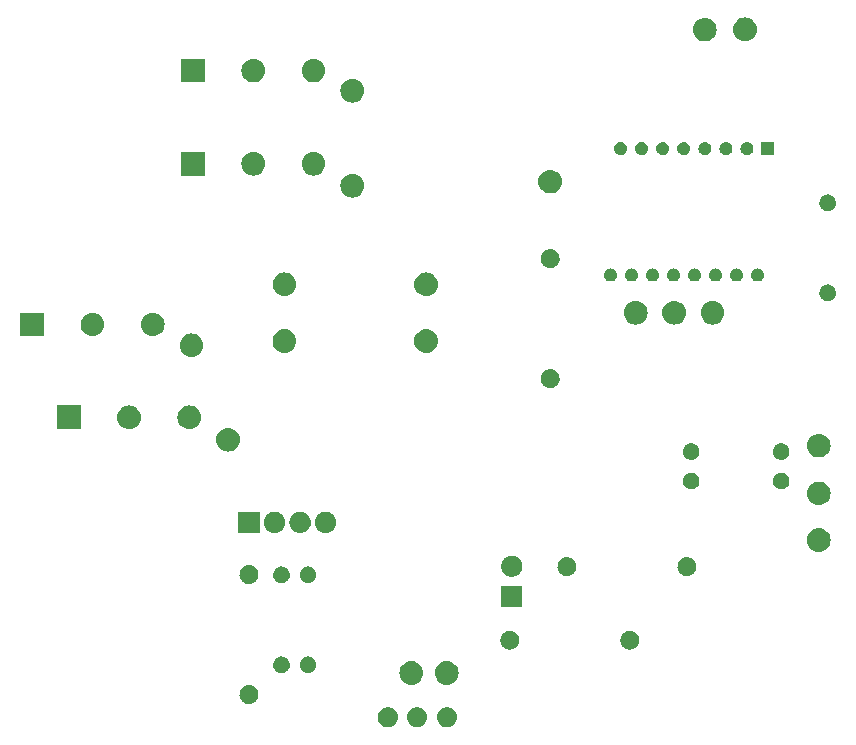
<source format=gbr>
G04 #@! TF.GenerationSoftware,KiCad,Pcbnew,8.0.7*
G04 #@! TF.CreationDate,2025-01-18T00:35:04-05:00*
G04 #@! TF.ProjectId,Mouse,4d6f7573-652e-46b6-9963-61645f706362,rev?*
G04 #@! TF.SameCoordinates,Original*
G04 #@! TF.FileFunction,Soldermask,Bot*
G04 #@! TF.FilePolarity,Negative*
%FSLAX46Y46*%
G04 Gerber Fmt 4.6, Leading zero omitted, Abs format (unit mm)*
G04 Created by KiCad (PCBNEW 8.0.7) date 2025-01-18 00:35:04*
%MOMM*%
%LPD*%
G01*
G04 APERTURE LIST*
G04 APERTURE END LIST*
G36*
X170426725Y-111418574D02*
G01*
X170514112Y-111437149D01*
X170677341Y-111509823D01*
X170821893Y-111614846D01*
X170941451Y-111747629D01*
X170941452Y-111747631D01*
X171030791Y-111902370D01*
X171086005Y-112072302D01*
X171104682Y-112250000D01*
X171086005Y-112427698D01*
X171030791Y-112597630D01*
X170941452Y-112752369D01*
X170821894Y-112885153D01*
X170677341Y-112990176D01*
X170514111Y-113062851D01*
X170339339Y-113100000D01*
X170339338Y-113100000D01*
X170160662Y-113100000D01*
X170160661Y-113100000D01*
X169985889Y-113062851D01*
X169953657Y-113048500D01*
X169822658Y-112990176D01*
X169678106Y-112885153D01*
X169558548Y-112752370D01*
X169469209Y-112597631D01*
X169413994Y-112427697D01*
X169395318Y-112250000D01*
X169413994Y-112072302D01*
X169469209Y-111902368D01*
X169558548Y-111747629D01*
X169678106Y-111614846D01*
X169822659Y-111509823D01*
X169985887Y-111437149D01*
X170102403Y-111412383D01*
X170160661Y-111400000D01*
X170339339Y-111400000D01*
X170426725Y-111418574D01*
G37*
G36*
X172926725Y-111418574D02*
G01*
X173014112Y-111437149D01*
X173177341Y-111509823D01*
X173321893Y-111614846D01*
X173441451Y-111747629D01*
X173441452Y-111747631D01*
X173530791Y-111902370D01*
X173586005Y-112072302D01*
X173604682Y-112250000D01*
X173586005Y-112427698D01*
X173530791Y-112597630D01*
X173441452Y-112752369D01*
X173321894Y-112885153D01*
X173177341Y-112990176D01*
X173014111Y-113062851D01*
X172839339Y-113100000D01*
X172839338Y-113100000D01*
X172660662Y-113100000D01*
X172660661Y-113100000D01*
X172485889Y-113062851D01*
X172453657Y-113048500D01*
X172322658Y-112990176D01*
X172178106Y-112885153D01*
X172058548Y-112752370D01*
X171969209Y-112597631D01*
X171913994Y-112427697D01*
X171895318Y-112250000D01*
X171913994Y-112072302D01*
X171969209Y-111902368D01*
X172058548Y-111747629D01*
X172178106Y-111614846D01*
X172322659Y-111509823D01*
X172485887Y-111437149D01*
X172602403Y-111412383D01*
X172660661Y-111400000D01*
X172839339Y-111400000D01*
X172926725Y-111418574D01*
G37*
G36*
X175426725Y-111418574D02*
G01*
X175514112Y-111437149D01*
X175677341Y-111509823D01*
X175821893Y-111614846D01*
X175941451Y-111747629D01*
X175941452Y-111747631D01*
X176030791Y-111902370D01*
X176086005Y-112072302D01*
X176104682Y-112250000D01*
X176086005Y-112427698D01*
X176030791Y-112597630D01*
X175941452Y-112752369D01*
X175821894Y-112885153D01*
X175677341Y-112990176D01*
X175514111Y-113062851D01*
X175339339Y-113100000D01*
X175339338Y-113100000D01*
X175160662Y-113100000D01*
X175160661Y-113100000D01*
X174985889Y-113062851D01*
X174953657Y-113048500D01*
X174822658Y-112990176D01*
X174678106Y-112885153D01*
X174558548Y-112752370D01*
X174469209Y-112597631D01*
X174413994Y-112427697D01*
X174395318Y-112250000D01*
X174413994Y-112072302D01*
X174469209Y-111902368D01*
X174558548Y-111747629D01*
X174678106Y-111614846D01*
X174822659Y-111509823D01*
X174985887Y-111437149D01*
X175102403Y-111412383D01*
X175160661Y-111400000D01*
X175339339Y-111400000D01*
X175426725Y-111418574D01*
G37*
G36*
X158544926Y-109530000D02*
G01*
X158584083Y-109530000D01*
X158628255Y-109539389D01*
X158679143Y-109545123D01*
X158716147Y-109558071D01*
X158748575Y-109564964D01*
X158795306Y-109585769D01*
X158849303Y-109604664D01*
X158877408Y-109622324D01*
X158902203Y-109633363D01*
X158948434Y-109666952D01*
X159001948Y-109700577D01*
X159021166Y-109719795D01*
X159038252Y-109732209D01*
X159080489Y-109779118D01*
X159129423Y-109828052D01*
X159140678Y-109845965D01*
X159150779Y-109857183D01*
X159185330Y-109917028D01*
X159225336Y-109980697D01*
X159230331Y-109994972D01*
X159234859Y-110002815D01*
X159258056Y-110074207D01*
X159284877Y-110150857D01*
X159285893Y-110159879D01*
X159286828Y-110162755D01*
X159295293Y-110243302D01*
X159305062Y-110330000D01*
X159295292Y-110416705D01*
X159286828Y-110497244D01*
X159285893Y-110500119D01*
X159284877Y-110509143D01*
X159258051Y-110585805D01*
X159234859Y-110657184D01*
X159230332Y-110665024D01*
X159225336Y-110679303D01*
X159185323Y-110742982D01*
X159150779Y-110802816D01*
X159140680Y-110814031D01*
X159129423Y-110831948D01*
X159080480Y-110880890D01*
X159038252Y-110927790D01*
X159021170Y-110940200D01*
X159001948Y-110959423D01*
X158948423Y-110993054D01*
X158902203Y-111026636D01*
X158877414Y-111037672D01*
X158849303Y-111055336D01*
X158795295Y-111074233D01*
X158748575Y-111095035D01*
X158716153Y-111101926D01*
X158679143Y-111114877D01*
X158628253Y-111120611D01*
X158584083Y-111130000D01*
X158544926Y-111130000D01*
X158500000Y-111135062D01*
X158455074Y-111130000D01*
X158415917Y-111130000D01*
X158371746Y-111120610D01*
X158320857Y-111114877D01*
X158283848Y-111101927D01*
X158251424Y-111095035D01*
X158204699Y-111074232D01*
X158150697Y-111055336D01*
X158122588Y-111037674D01*
X158097796Y-111026636D01*
X158051568Y-110993049D01*
X157998052Y-110959423D01*
X157978832Y-110940203D01*
X157961747Y-110927790D01*
X157919509Y-110880880D01*
X157870577Y-110831948D01*
X157859321Y-110814034D01*
X157849220Y-110802816D01*
X157814664Y-110742962D01*
X157774664Y-110679303D01*
X157769669Y-110665029D01*
X157765140Y-110657184D01*
X157741934Y-110585765D01*
X157715123Y-110509143D01*
X157714106Y-110500123D01*
X157713171Y-110497244D01*
X157704692Y-110416573D01*
X157694938Y-110330000D01*
X157704691Y-110243434D01*
X157713171Y-110162755D01*
X157714106Y-110159874D01*
X157715123Y-110150857D01*
X157741929Y-110074247D01*
X157765140Y-110002815D01*
X157769670Y-109994968D01*
X157774664Y-109980697D01*
X157814656Y-109917048D01*
X157849220Y-109857183D01*
X157859323Y-109845961D01*
X157870577Y-109828052D01*
X157919500Y-109779128D01*
X157961747Y-109732209D01*
X157978835Y-109719793D01*
X157998052Y-109700577D01*
X158051563Y-109666953D01*
X158097797Y-109633363D01*
X158122591Y-109622323D01*
X158150697Y-109604664D01*
X158204690Y-109585770D01*
X158251424Y-109564964D01*
X158283853Y-109558070D01*
X158320857Y-109545123D01*
X158371743Y-109539389D01*
X158415917Y-109530000D01*
X158455074Y-109530000D01*
X158500000Y-109524938D01*
X158544926Y-109530000D01*
G37*
G36*
X172446031Y-107514468D02*
G01*
X172634536Y-107571650D01*
X172764746Y-107641249D01*
X172808259Y-107664507D01*
X172960528Y-107789472D01*
X173085493Y-107941741D01*
X173178350Y-108115465D01*
X173235531Y-108303966D01*
X173254839Y-108500000D01*
X173235531Y-108696034D01*
X173178350Y-108884535D01*
X173085493Y-109058259D01*
X172960528Y-109210528D01*
X172808259Y-109335493D01*
X172634535Y-109428350D01*
X172446034Y-109485531D01*
X172250000Y-109504839D01*
X172053966Y-109485531D01*
X171865465Y-109428350D01*
X171691741Y-109335493D01*
X171539472Y-109210528D01*
X171414507Y-109058259D01*
X171403887Y-109038390D01*
X171321650Y-108884536D01*
X171264468Y-108696031D01*
X171245161Y-108500000D01*
X171264468Y-108303968D01*
X171321650Y-108115463D01*
X171414506Y-107941742D01*
X171539472Y-107789472D01*
X171691742Y-107664506D01*
X171865463Y-107571650D01*
X172053968Y-107514468D01*
X172250000Y-107495161D01*
X172446031Y-107514468D01*
G37*
G36*
X175446031Y-107514468D02*
G01*
X175634536Y-107571650D01*
X175764746Y-107641249D01*
X175808259Y-107664507D01*
X175960528Y-107789472D01*
X176085493Y-107941741D01*
X176178350Y-108115465D01*
X176235531Y-108303966D01*
X176254839Y-108500000D01*
X176235531Y-108696034D01*
X176178350Y-108884535D01*
X176085493Y-109058259D01*
X175960528Y-109210528D01*
X175808259Y-109335493D01*
X175634535Y-109428350D01*
X175446034Y-109485531D01*
X175250000Y-109504839D01*
X175053966Y-109485531D01*
X174865465Y-109428350D01*
X174691741Y-109335493D01*
X174539472Y-109210528D01*
X174414507Y-109058259D01*
X174403887Y-109038390D01*
X174321650Y-108884536D01*
X174264468Y-108696031D01*
X174245161Y-108500000D01*
X174264468Y-108303968D01*
X174321650Y-108115463D01*
X174414506Y-107941742D01*
X174539472Y-107789472D01*
X174691742Y-107664506D01*
X174865463Y-107571650D01*
X175053968Y-107514468D01*
X175250000Y-107495161D01*
X175446031Y-107514468D01*
G37*
G36*
X161289317Y-107110000D02*
G01*
X161334995Y-107110000D01*
X161373458Y-107119480D01*
X161406753Y-107123232D01*
X161449824Y-107138303D01*
X161500046Y-107150682D01*
X161529742Y-107166267D01*
X161555638Y-107175329D01*
X161599398Y-107202825D01*
X161650566Y-107229680D01*
X161671127Y-107247895D01*
X161689207Y-107259256D01*
X161730030Y-107300079D01*
X161777806Y-107342405D01*
X161789950Y-107359999D01*
X161800743Y-107370792D01*
X161834677Y-107424798D01*
X161874371Y-107482305D01*
X161879790Y-107496595D01*
X161884670Y-107504361D01*
X161907738Y-107570287D01*
X161934651Y-107641249D01*
X161935757Y-107650360D01*
X161936767Y-107653246D01*
X161945258Y-107728611D01*
X161955141Y-107810000D01*
X161945257Y-107891395D01*
X161936767Y-107966753D01*
X161935757Y-107969637D01*
X161934651Y-107978751D01*
X161907734Y-108049724D01*
X161884670Y-108115638D01*
X161879791Y-108123401D01*
X161874371Y-108137695D01*
X161834670Y-108195211D01*
X161800743Y-108249207D01*
X161789952Y-108259997D01*
X161777806Y-108277595D01*
X161730021Y-108319928D01*
X161689207Y-108360743D01*
X161671131Y-108372100D01*
X161650566Y-108390320D01*
X161599388Y-108417179D01*
X161555638Y-108444670D01*
X161529748Y-108453729D01*
X161500046Y-108469318D01*
X161449814Y-108481699D01*
X161406753Y-108496767D01*
X161373466Y-108500517D01*
X161334995Y-108510000D01*
X161289308Y-108510000D01*
X161250000Y-108514429D01*
X161210692Y-108510000D01*
X161165005Y-108510000D01*
X161126534Y-108500517D01*
X161093246Y-108496767D01*
X161050181Y-108481698D01*
X160999954Y-108469318D01*
X160970253Y-108453730D01*
X160944361Y-108444670D01*
X160900605Y-108417176D01*
X160849434Y-108390320D01*
X160828871Y-108372102D01*
X160810792Y-108360743D01*
X160769969Y-108319920D01*
X160722194Y-108277595D01*
X160710049Y-108260000D01*
X160699256Y-108249207D01*
X160665318Y-108195195D01*
X160625629Y-108137695D01*
X160620209Y-108123405D01*
X160615329Y-108115638D01*
X160592253Y-108049690D01*
X160565349Y-107978751D01*
X160564243Y-107969642D01*
X160563232Y-107966753D01*
X160554728Y-107891281D01*
X160544859Y-107810000D01*
X160554727Y-107728725D01*
X160563232Y-107653246D01*
X160564243Y-107650356D01*
X160565349Y-107641249D01*
X160592248Y-107570321D01*
X160615329Y-107504361D01*
X160620210Y-107496591D01*
X160625629Y-107482305D01*
X160665311Y-107424814D01*
X160699256Y-107370792D01*
X160710051Y-107359996D01*
X160722194Y-107342405D01*
X160769960Y-107300087D01*
X160810792Y-107259256D01*
X160828875Y-107247893D01*
X160849434Y-107229680D01*
X160900595Y-107202828D01*
X160944361Y-107175329D01*
X160970259Y-107166266D01*
X160999954Y-107150682D01*
X161050172Y-107138304D01*
X161093246Y-107123232D01*
X161126541Y-107119480D01*
X161165005Y-107110000D01*
X161210683Y-107110000D01*
X161250000Y-107105570D01*
X161289317Y-107110000D01*
G37*
G36*
X163539317Y-107110000D02*
G01*
X163584995Y-107110000D01*
X163623458Y-107119480D01*
X163656753Y-107123232D01*
X163699824Y-107138303D01*
X163750046Y-107150682D01*
X163779742Y-107166267D01*
X163805638Y-107175329D01*
X163849398Y-107202825D01*
X163900566Y-107229680D01*
X163921127Y-107247895D01*
X163939207Y-107259256D01*
X163980030Y-107300079D01*
X164027806Y-107342405D01*
X164039950Y-107359999D01*
X164050743Y-107370792D01*
X164084677Y-107424798D01*
X164124371Y-107482305D01*
X164129790Y-107496595D01*
X164134670Y-107504361D01*
X164157738Y-107570287D01*
X164184651Y-107641249D01*
X164185757Y-107650360D01*
X164186767Y-107653246D01*
X164195258Y-107728611D01*
X164205141Y-107810000D01*
X164195257Y-107891395D01*
X164186767Y-107966753D01*
X164185757Y-107969637D01*
X164184651Y-107978751D01*
X164157734Y-108049724D01*
X164134670Y-108115638D01*
X164129791Y-108123401D01*
X164124371Y-108137695D01*
X164084670Y-108195211D01*
X164050743Y-108249207D01*
X164039952Y-108259997D01*
X164027806Y-108277595D01*
X163980021Y-108319928D01*
X163939207Y-108360743D01*
X163921131Y-108372100D01*
X163900566Y-108390320D01*
X163849388Y-108417179D01*
X163805638Y-108444670D01*
X163779748Y-108453729D01*
X163750046Y-108469318D01*
X163699814Y-108481699D01*
X163656753Y-108496767D01*
X163623466Y-108500517D01*
X163584995Y-108510000D01*
X163539308Y-108510000D01*
X163500000Y-108514429D01*
X163460692Y-108510000D01*
X163415005Y-108510000D01*
X163376534Y-108500517D01*
X163343246Y-108496767D01*
X163300181Y-108481698D01*
X163249954Y-108469318D01*
X163220253Y-108453730D01*
X163194361Y-108444670D01*
X163150605Y-108417176D01*
X163099434Y-108390320D01*
X163078871Y-108372102D01*
X163060792Y-108360743D01*
X163019969Y-108319920D01*
X162972194Y-108277595D01*
X162960049Y-108260000D01*
X162949256Y-108249207D01*
X162915318Y-108195195D01*
X162875629Y-108137695D01*
X162870209Y-108123405D01*
X162865329Y-108115638D01*
X162842253Y-108049690D01*
X162815349Y-107978751D01*
X162814243Y-107969642D01*
X162813232Y-107966753D01*
X162804728Y-107891281D01*
X162794859Y-107810000D01*
X162804727Y-107728725D01*
X162813232Y-107653246D01*
X162814243Y-107650356D01*
X162815349Y-107641249D01*
X162842248Y-107570321D01*
X162865329Y-107504361D01*
X162870210Y-107496591D01*
X162875629Y-107482305D01*
X162915311Y-107424814D01*
X162949256Y-107370792D01*
X162960051Y-107359996D01*
X162972194Y-107342405D01*
X163019960Y-107300087D01*
X163060792Y-107259256D01*
X163078875Y-107247893D01*
X163099434Y-107229680D01*
X163150595Y-107202828D01*
X163194361Y-107175329D01*
X163220259Y-107166266D01*
X163249954Y-107150682D01*
X163300172Y-107138304D01*
X163343246Y-107123232D01*
X163376541Y-107119480D01*
X163415005Y-107110000D01*
X163460683Y-107110000D01*
X163500000Y-107105570D01*
X163539317Y-107110000D01*
G37*
G36*
X180634926Y-104925000D02*
G01*
X180674083Y-104925000D01*
X180718255Y-104934389D01*
X180769143Y-104940123D01*
X180806147Y-104953071D01*
X180838575Y-104959964D01*
X180885306Y-104980769D01*
X180939303Y-104999664D01*
X180967408Y-105017324D01*
X180992203Y-105028363D01*
X181038434Y-105061952D01*
X181091948Y-105095577D01*
X181111166Y-105114795D01*
X181128252Y-105127209D01*
X181170489Y-105174118D01*
X181219423Y-105223052D01*
X181230678Y-105240965D01*
X181240779Y-105252183D01*
X181275330Y-105312028D01*
X181315336Y-105375697D01*
X181320331Y-105389972D01*
X181324859Y-105397815D01*
X181348056Y-105469207D01*
X181374877Y-105545857D01*
X181375893Y-105554879D01*
X181376828Y-105557755D01*
X181385293Y-105638302D01*
X181395062Y-105725000D01*
X181385292Y-105811705D01*
X181376828Y-105892244D01*
X181375893Y-105895119D01*
X181374877Y-105904143D01*
X181348051Y-105980805D01*
X181324859Y-106052184D01*
X181320332Y-106060024D01*
X181315336Y-106074303D01*
X181275323Y-106137982D01*
X181240779Y-106197816D01*
X181230680Y-106209031D01*
X181219423Y-106226948D01*
X181170480Y-106275890D01*
X181128252Y-106322790D01*
X181111170Y-106335200D01*
X181091948Y-106354423D01*
X181038423Y-106388054D01*
X180992203Y-106421636D01*
X180967414Y-106432672D01*
X180939303Y-106450336D01*
X180885295Y-106469233D01*
X180838575Y-106490035D01*
X180806153Y-106496926D01*
X180769143Y-106509877D01*
X180718253Y-106515611D01*
X180674083Y-106525000D01*
X180634926Y-106525000D01*
X180590000Y-106530062D01*
X180545074Y-106525000D01*
X180505917Y-106525000D01*
X180461746Y-106515610D01*
X180410857Y-106509877D01*
X180373848Y-106496927D01*
X180341424Y-106490035D01*
X180294699Y-106469232D01*
X180240697Y-106450336D01*
X180212588Y-106432674D01*
X180187796Y-106421636D01*
X180141568Y-106388049D01*
X180088052Y-106354423D01*
X180068832Y-106335203D01*
X180051747Y-106322790D01*
X180009509Y-106275880D01*
X179960577Y-106226948D01*
X179949321Y-106209034D01*
X179939220Y-106197816D01*
X179904664Y-106137962D01*
X179864664Y-106074303D01*
X179859669Y-106060029D01*
X179855140Y-106052184D01*
X179831934Y-105980765D01*
X179805123Y-105904143D01*
X179804106Y-105895123D01*
X179803171Y-105892244D01*
X179794692Y-105811573D01*
X179784938Y-105725000D01*
X179794691Y-105638434D01*
X179803171Y-105557755D01*
X179804106Y-105554874D01*
X179805123Y-105545857D01*
X179831929Y-105469247D01*
X179855140Y-105397815D01*
X179859670Y-105389968D01*
X179864664Y-105375697D01*
X179904656Y-105312048D01*
X179939220Y-105252183D01*
X179949323Y-105240961D01*
X179960577Y-105223052D01*
X180009500Y-105174128D01*
X180051747Y-105127209D01*
X180068835Y-105114793D01*
X180088052Y-105095577D01*
X180141563Y-105061953D01*
X180187797Y-105028363D01*
X180212591Y-105017323D01*
X180240697Y-104999664D01*
X180294690Y-104980770D01*
X180341424Y-104959964D01*
X180373853Y-104953070D01*
X180410857Y-104940123D01*
X180461743Y-104934389D01*
X180505917Y-104925000D01*
X180545074Y-104925000D01*
X180590000Y-104919938D01*
X180634926Y-104925000D01*
G37*
G36*
X190794926Y-104925000D02*
G01*
X190834083Y-104925000D01*
X190878255Y-104934389D01*
X190929143Y-104940123D01*
X190966147Y-104953071D01*
X190998575Y-104959964D01*
X191045306Y-104980769D01*
X191099303Y-104999664D01*
X191127408Y-105017324D01*
X191152203Y-105028363D01*
X191198434Y-105061952D01*
X191251948Y-105095577D01*
X191271166Y-105114795D01*
X191288252Y-105127209D01*
X191330489Y-105174118D01*
X191379423Y-105223052D01*
X191390678Y-105240965D01*
X191400779Y-105252183D01*
X191435330Y-105312028D01*
X191475336Y-105375697D01*
X191480331Y-105389972D01*
X191484859Y-105397815D01*
X191508056Y-105469207D01*
X191534877Y-105545857D01*
X191535893Y-105554879D01*
X191536828Y-105557755D01*
X191545293Y-105638302D01*
X191555062Y-105725000D01*
X191545292Y-105811705D01*
X191536828Y-105892244D01*
X191535893Y-105895119D01*
X191534877Y-105904143D01*
X191508051Y-105980805D01*
X191484859Y-106052184D01*
X191480332Y-106060024D01*
X191475336Y-106074303D01*
X191435323Y-106137982D01*
X191400779Y-106197816D01*
X191390680Y-106209031D01*
X191379423Y-106226948D01*
X191330480Y-106275890D01*
X191288252Y-106322790D01*
X191271170Y-106335200D01*
X191251948Y-106354423D01*
X191198423Y-106388054D01*
X191152203Y-106421636D01*
X191127414Y-106432672D01*
X191099303Y-106450336D01*
X191045295Y-106469233D01*
X190998575Y-106490035D01*
X190966153Y-106496926D01*
X190929143Y-106509877D01*
X190878253Y-106515611D01*
X190834083Y-106525000D01*
X190794926Y-106525000D01*
X190750000Y-106530062D01*
X190705074Y-106525000D01*
X190665917Y-106525000D01*
X190621746Y-106515610D01*
X190570857Y-106509877D01*
X190533848Y-106496927D01*
X190501424Y-106490035D01*
X190454699Y-106469232D01*
X190400697Y-106450336D01*
X190372588Y-106432674D01*
X190347796Y-106421636D01*
X190301568Y-106388049D01*
X190248052Y-106354423D01*
X190228832Y-106335203D01*
X190211747Y-106322790D01*
X190169509Y-106275880D01*
X190120577Y-106226948D01*
X190109321Y-106209034D01*
X190099220Y-106197816D01*
X190064664Y-106137962D01*
X190024664Y-106074303D01*
X190019669Y-106060029D01*
X190015140Y-106052184D01*
X189991934Y-105980765D01*
X189965123Y-105904143D01*
X189964106Y-105895123D01*
X189963171Y-105892244D01*
X189954692Y-105811573D01*
X189944938Y-105725000D01*
X189954691Y-105638434D01*
X189963171Y-105557755D01*
X189964106Y-105554874D01*
X189965123Y-105545857D01*
X189991929Y-105469247D01*
X190015140Y-105397815D01*
X190019670Y-105389968D01*
X190024664Y-105375697D01*
X190064656Y-105312048D01*
X190099220Y-105252183D01*
X190109323Y-105240961D01*
X190120577Y-105223052D01*
X190169500Y-105174128D01*
X190211747Y-105127209D01*
X190228835Y-105114793D01*
X190248052Y-105095577D01*
X190301563Y-105061953D01*
X190347797Y-105028363D01*
X190372591Y-105017323D01*
X190400697Y-104999664D01*
X190454690Y-104980770D01*
X190501424Y-104959964D01*
X190533853Y-104953070D01*
X190570857Y-104940123D01*
X190621743Y-104934389D01*
X190665917Y-104925000D01*
X190705074Y-104925000D01*
X190750000Y-104919938D01*
X190794926Y-104925000D01*
G37*
G36*
X181650000Y-102900000D02*
G01*
X179850000Y-102900000D01*
X179850000Y-101100000D01*
X181650000Y-101100000D01*
X181650000Y-102900000D01*
G37*
G36*
X158544926Y-99370000D02*
G01*
X158584083Y-99370000D01*
X158628255Y-99379389D01*
X158679143Y-99385123D01*
X158716147Y-99398071D01*
X158748575Y-99404964D01*
X158795306Y-99425769D01*
X158849303Y-99444664D01*
X158877408Y-99462324D01*
X158902203Y-99473363D01*
X158948434Y-99506952D01*
X159001948Y-99540577D01*
X159021166Y-99559795D01*
X159038252Y-99572209D01*
X159080489Y-99619118D01*
X159129423Y-99668052D01*
X159140678Y-99685965D01*
X159150779Y-99697183D01*
X159185330Y-99757028D01*
X159225336Y-99820697D01*
X159230331Y-99834972D01*
X159234859Y-99842815D01*
X159258056Y-99914207D01*
X159284877Y-99990857D01*
X159285893Y-99999879D01*
X159286828Y-100002755D01*
X159295293Y-100083302D01*
X159305062Y-100170000D01*
X159295292Y-100256705D01*
X159286828Y-100337244D01*
X159285893Y-100340119D01*
X159284877Y-100349143D01*
X159258051Y-100425805D01*
X159234859Y-100497184D01*
X159230332Y-100505024D01*
X159225336Y-100519303D01*
X159185323Y-100582982D01*
X159150779Y-100642816D01*
X159140680Y-100654031D01*
X159129423Y-100671948D01*
X159080480Y-100720890D01*
X159038252Y-100767790D01*
X159021170Y-100780200D01*
X159001948Y-100799423D01*
X158948423Y-100833054D01*
X158902203Y-100866636D01*
X158877414Y-100877672D01*
X158849303Y-100895336D01*
X158795295Y-100914233D01*
X158748575Y-100935035D01*
X158716153Y-100941926D01*
X158679143Y-100954877D01*
X158628253Y-100960611D01*
X158584083Y-100970000D01*
X158544926Y-100970000D01*
X158500000Y-100975062D01*
X158455074Y-100970000D01*
X158415917Y-100970000D01*
X158371746Y-100960610D01*
X158320857Y-100954877D01*
X158283848Y-100941927D01*
X158251424Y-100935035D01*
X158204699Y-100914232D01*
X158150697Y-100895336D01*
X158122588Y-100877674D01*
X158097796Y-100866636D01*
X158051568Y-100833049D01*
X157998052Y-100799423D01*
X157978832Y-100780203D01*
X157961747Y-100767790D01*
X157919509Y-100720880D01*
X157870577Y-100671948D01*
X157859321Y-100654034D01*
X157849220Y-100642816D01*
X157814664Y-100582962D01*
X157774664Y-100519303D01*
X157769669Y-100505029D01*
X157765140Y-100497184D01*
X157741934Y-100425765D01*
X157715123Y-100349143D01*
X157714106Y-100340123D01*
X157713171Y-100337244D01*
X157704692Y-100256573D01*
X157694938Y-100170000D01*
X157704691Y-100083434D01*
X157713171Y-100002755D01*
X157714106Y-99999874D01*
X157715123Y-99990857D01*
X157741929Y-99914247D01*
X157765140Y-99842815D01*
X157769670Y-99834968D01*
X157774664Y-99820697D01*
X157814656Y-99757048D01*
X157849220Y-99697183D01*
X157859323Y-99685961D01*
X157870577Y-99668052D01*
X157919500Y-99619128D01*
X157961747Y-99572209D01*
X157978835Y-99559793D01*
X157998052Y-99540577D01*
X158051563Y-99506953D01*
X158097797Y-99473363D01*
X158122591Y-99462323D01*
X158150697Y-99444664D01*
X158204690Y-99425770D01*
X158251424Y-99404964D01*
X158283853Y-99398070D01*
X158320857Y-99385123D01*
X158371743Y-99379389D01*
X158415917Y-99370000D01*
X158455074Y-99370000D01*
X158500000Y-99364938D01*
X158544926Y-99370000D01*
G37*
G36*
X161289317Y-99490000D02*
G01*
X161334995Y-99490000D01*
X161373458Y-99499480D01*
X161406753Y-99503232D01*
X161449824Y-99518303D01*
X161500046Y-99530682D01*
X161529742Y-99546267D01*
X161555638Y-99555329D01*
X161599398Y-99582825D01*
X161650566Y-99609680D01*
X161671127Y-99627895D01*
X161689207Y-99639256D01*
X161730030Y-99680079D01*
X161777806Y-99722405D01*
X161789950Y-99739999D01*
X161800743Y-99750792D01*
X161834677Y-99804798D01*
X161874371Y-99862305D01*
X161879790Y-99876595D01*
X161884670Y-99884361D01*
X161907738Y-99950287D01*
X161934651Y-100021249D01*
X161935757Y-100030360D01*
X161936767Y-100033246D01*
X161945258Y-100108611D01*
X161955141Y-100190000D01*
X161945257Y-100271395D01*
X161936767Y-100346753D01*
X161935757Y-100349637D01*
X161934651Y-100358751D01*
X161907734Y-100429724D01*
X161884670Y-100495638D01*
X161879791Y-100503401D01*
X161874371Y-100517695D01*
X161834670Y-100575211D01*
X161800743Y-100629207D01*
X161789952Y-100639997D01*
X161777806Y-100657595D01*
X161730021Y-100699928D01*
X161689207Y-100740743D01*
X161671131Y-100752100D01*
X161650566Y-100770320D01*
X161599388Y-100797179D01*
X161555638Y-100824670D01*
X161529748Y-100833729D01*
X161500046Y-100849318D01*
X161449814Y-100861699D01*
X161406753Y-100876767D01*
X161373466Y-100880517D01*
X161334995Y-100890000D01*
X161289308Y-100890000D01*
X161250000Y-100894429D01*
X161210692Y-100890000D01*
X161165005Y-100890000D01*
X161126534Y-100880517D01*
X161093246Y-100876767D01*
X161050181Y-100861698D01*
X160999954Y-100849318D01*
X160970253Y-100833730D01*
X160944361Y-100824670D01*
X160900605Y-100797176D01*
X160849434Y-100770320D01*
X160828871Y-100752102D01*
X160810792Y-100740743D01*
X160769969Y-100699920D01*
X160722194Y-100657595D01*
X160710049Y-100640000D01*
X160699256Y-100629207D01*
X160665318Y-100575195D01*
X160625629Y-100517695D01*
X160620209Y-100503405D01*
X160615329Y-100495638D01*
X160592253Y-100429690D01*
X160565349Y-100358751D01*
X160564243Y-100349642D01*
X160563232Y-100346753D01*
X160554728Y-100271281D01*
X160544859Y-100190000D01*
X160554727Y-100108725D01*
X160563232Y-100033246D01*
X160564243Y-100030356D01*
X160565349Y-100021249D01*
X160592248Y-99950321D01*
X160615329Y-99884361D01*
X160620210Y-99876591D01*
X160625629Y-99862305D01*
X160665311Y-99804814D01*
X160699256Y-99750792D01*
X160710051Y-99739996D01*
X160722194Y-99722405D01*
X160769960Y-99680087D01*
X160810792Y-99639256D01*
X160828875Y-99627893D01*
X160849434Y-99609680D01*
X160900595Y-99582828D01*
X160944361Y-99555329D01*
X160970259Y-99546266D01*
X160999954Y-99530682D01*
X161050172Y-99518304D01*
X161093246Y-99503232D01*
X161126541Y-99499480D01*
X161165005Y-99490000D01*
X161210683Y-99490000D01*
X161250000Y-99485570D01*
X161289317Y-99490000D01*
G37*
G36*
X163539317Y-99490000D02*
G01*
X163584995Y-99490000D01*
X163623458Y-99499480D01*
X163656753Y-99503232D01*
X163699824Y-99518303D01*
X163750046Y-99530682D01*
X163779742Y-99546267D01*
X163805638Y-99555329D01*
X163849398Y-99582825D01*
X163900566Y-99609680D01*
X163921127Y-99627895D01*
X163939207Y-99639256D01*
X163980030Y-99680079D01*
X164027806Y-99722405D01*
X164039950Y-99739999D01*
X164050743Y-99750792D01*
X164084677Y-99804798D01*
X164124371Y-99862305D01*
X164129790Y-99876595D01*
X164134670Y-99884361D01*
X164157738Y-99950287D01*
X164184651Y-100021249D01*
X164185757Y-100030360D01*
X164186767Y-100033246D01*
X164195258Y-100108611D01*
X164205141Y-100190000D01*
X164195257Y-100271395D01*
X164186767Y-100346753D01*
X164185757Y-100349637D01*
X164184651Y-100358751D01*
X164157734Y-100429724D01*
X164134670Y-100495638D01*
X164129791Y-100503401D01*
X164124371Y-100517695D01*
X164084670Y-100575211D01*
X164050743Y-100629207D01*
X164039952Y-100639997D01*
X164027806Y-100657595D01*
X163980021Y-100699928D01*
X163939207Y-100740743D01*
X163921131Y-100752100D01*
X163900566Y-100770320D01*
X163849388Y-100797179D01*
X163805638Y-100824670D01*
X163779748Y-100833729D01*
X163750046Y-100849318D01*
X163699814Y-100861699D01*
X163656753Y-100876767D01*
X163623466Y-100880517D01*
X163584995Y-100890000D01*
X163539308Y-100890000D01*
X163500000Y-100894429D01*
X163460692Y-100890000D01*
X163415005Y-100890000D01*
X163376534Y-100880517D01*
X163343246Y-100876767D01*
X163300181Y-100861698D01*
X163249954Y-100849318D01*
X163220253Y-100833730D01*
X163194361Y-100824670D01*
X163150605Y-100797176D01*
X163099434Y-100770320D01*
X163078871Y-100752102D01*
X163060792Y-100740743D01*
X163019969Y-100699920D01*
X162972194Y-100657595D01*
X162960049Y-100640000D01*
X162949256Y-100629207D01*
X162915318Y-100575195D01*
X162875629Y-100517695D01*
X162870209Y-100503405D01*
X162865329Y-100495638D01*
X162842253Y-100429690D01*
X162815349Y-100358751D01*
X162814243Y-100349642D01*
X162813232Y-100346753D01*
X162804728Y-100271281D01*
X162794859Y-100190000D01*
X162804727Y-100108725D01*
X162813232Y-100033246D01*
X162814243Y-100030356D01*
X162815349Y-100021249D01*
X162842248Y-99950321D01*
X162865329Y-99884361D01*
X162870210Y-99876591D01*
X162875629Y-99862305D01*
X162915311Y-99804814D01*
X162949256Y-99750792D01*
X162960051Y-99739996D01*
X162972194Y-99722405D01*
X163019960Y-99680087D01*
X163060792Y-99639256D01*
X163078875Y-99627893D01*
X163099434Y-99609680D01*
X163150595Y-99582828D01*
X163194361Y-99555329D01*
X163220259Y-99546266D01*
X163249954Y-99530682D01*
X163300172Y-99518304D01*
X163343246Y-99503232D01*
X163376541Y-99499480D01*
X163415005Y-99490000D01*
X163460683Y-99490000D01*
X163500000Y-99485570D01*
X163539317Y-99490000D01*
G37*
G36*
X180794226Y-98560000D02*
G01*
X180844594Y-98560000D01*
X180888085Y-98569244D01*
X180926427Y-98573021D01*
X180974603Y-98587634D01*
X181029647Y-98599335D01*
X181064865Y-98615014D01*
X181096081Y-98624484D01*
X181145683Y-98650997D01*
X181202479Y-98676284D01*
X181228887Y-98695470D01*
X181252434Y-98708057D01*
X181300470Y-98747479D01*
X181355534Y-98787486D01*
X181373411Y-98807341D01*
X181389475Y-98820524D01*
X181432639Y-98873119D01*
X181482126Y-98928080D01*
X181492522Y-98946087D01*
X181501942Y-98957565D01*
X181536796Y-99022772D01*
X181576719Y-99091921D01*
X181581310Y-99106052D01*
X181585515Y-99113918D01*
X181608685Y-99190302D01*
X181635182Y-99271849D01*
X181636115Y-99280727D01*
X181636978Y-99283572D01*
X181645382Y-99368902D01*
X181654957Y-99460000D01*
X181645381Y-99551105D01*
X181636978Y-99636427D01*
X181636115Y-99639270D01*
X181635182Y-99648151D01*
X181608680Y-99729711D01*
X181585515Y-99806081D01*
X181581311Y-99813945D01*
X181576719Y-99828079D01*
X181536789Y-99897239D01*
X181501942Y-99962434D01*
X181492524Y-99973909D01*
X181482126Y-99991920D01*
X181432630Y-100046890D01*
X181389475Y-100099475D01*
X181373415Y-100112654D01*
X181355534Y-100132514D01*
X181300459Y-100172528D01*
X181252434Y-100211942D01*
X181228892Y-100224525D01*
X181202479Y-100243716D01*
X181145672Y-100269007D01*
X181096081Y-100295515D01*
X181064872Y-100304981D01*
X181029647Y-100320665D01*
X180974592Y-100332367D01*
X180926427Y-100346978D01*
X180888094Y-100350753D01*
X180844594Y-100360000D01*
X180794216Y-100360000D01*
X180750000Y-100364355D01*
X180705784Y-100360000D01*
X180655406Y-100360000D01*
X180611906Y-100350753D01*
X180573572Y-100346978D01*
X180525404Y-100332366D01*
X180470353Y-100320665D01*
X180435130Y-100304982D01*
X180403918Y-100295515D01*
X180354321Y-100269005D01*
X180297521Y-100243716D01*
X180271110Y-100224527D01*
X180247565Y-100211942D01*
X180199531Y-100172521D01*
X180144466Y-100132514D01*
X180126587Y-100112658D01*
X180110524Y-100099475D01*
X180067358Y-100046877D01*
X180017874Y-99991920D01*
X180007478Y-99973913D01*
X179998057Y-99962434D01*
X179963197Y-99897216D01*
X179923281Y-99828079D01*
X179918690Y-99813950D01*
X179914484Y-99806081D01*
X179891304Y-99729665D01*
X179864818Y-99648151D01*
X179863885Y-99639276D01*
X179863021Y-99636427D01*
X179854602Y-99550953D01*
X179845043Y-99460000D01*
X179854601Y-99369053D01*
X179863021Y-99283572D01*
X179863885Y-99280722D01*
X179864818Y-99271849D01*
X179891299Y-99190348D01*
X179914484Y-99113918D01*
X179918691Y-99106047D01*
X179923281Y-99091921D01*
X179963190Y-99022796D01*
X179998057Y-98957565D01*
X180007479Y-98946083D01*
X180017874Y-98928080D01*
X180067349Y-98873132D01*
X180110524Y-98820524D01*
X180126590Y-98807338D01*
X180144466Y-98787486D01*
X180199518Y-98747488D01*
X180247565Y-98708057D01*
X180271118Y-98695467D01*
X180297522Y-98676284D01*
X180354307Y-98651001D01*
X180403918Y-98624484D01*
X180435137Y-98615013D01*
X180470353Y-98599335D01*
X180525393Y-98587635D01*
X180573572Y-98573021D01*
X180611915Y-98569244D01*
X180655406Y-98560000D01*
X180705774Y-98560000D01*
X180750000Y-98555644D01*
X180794226Y-98560000D01*
G37*
G36*
X185464926Y-98700000D02*
G01*
X185504083Y-98700000D01*
X185548255Y-98709389D01*
X185599143Y-98715123D01*
X185636147Y-98728071D01*
X185668575Y-98734964D01*
X185715306Y-98755769D01*
X185769303Y-98774664D01*
X185797408Y-98792324D01*
X185822203Y-98803363D01*
X185868434Y-98836952D01*
X185921948Y-98870577D01*
X185941166Y-98889795D01*
X185958252Y-98902209D01*
X186000489Y-98949118D01*
X186049423Y-98998052D01*
X186060678Y-99015965D01*
X186070779Y-99027183D01*
X186105330Y-99087028D01*
X186145336Y-99150697D01*
X186150331Y-99164972D01*
X186154859Y-99172815D01*
X186178056Y-99244207D01*
X186204877Y-99320857D01*
X186205893Y-99329879D01*
X186206828Y-99332755D01*
X186215293Y-99413302D01*
X186225062Y-99500000D01*
X186215292Y-99586705D01*
X186206828Y-99667244D01*
X186205893Y-99670119D01*
X186204877Y-99679143D01*
X186178051Y-99755805D01*
X186154859Y-99827184D01*
X186150332Y-99835024D01*
X186145336Y-99849303D01*
X186105323Y-99912982D01*
X186070779Y-99972816D01*
X186060680Y-99984031D01*
X186049423Y-100001948D01*
X186000480Y-100050890D01*
X185958252Y-100097790D01*
X185941170Y-100110200D01*
X185921948Y-100129423D01*
X185868423Y-100163054D01*
X185822203Y-100196636D01*
X185797414Y-100207672D01*
X185769303Y-100225336D01*
X185715295Y-100244233D01*
X185668575Y-100265035D01*
X185636153Y-100271926D01*
X185599143Y-100284877D01*
X185548253Y-100290611D01*
X185504083Y-100300000D01*
X185464926Y-100300000D01*
X185420000Y-100305062D01*
X185375074Y-100300000D01*
X185335917Y-100300000D01*
X185291746Y-100290610D01*
X185240857Y-100284877D01*
X185203848Y-100271927D01*
X185171424Y-100265035D01*
X185124699Y-100244232D01*
X185070697Y-100225336D01*
X185042588Y-100207674D01*
X185017796Y-100196636D01*
X184971568Y-100163049D01*
X184918052Y-100129423D01*
X184898832Y-100110203D01*
X184881747Y-100097790D01*
X184839509Y-100050880D01*
X184790577Y-100001948D01*
X184779321Y-99984034D01*
X184769220Y-99972816D01*
X184734664Y-99912962D01*
X184694664Y-99849303D01*
X184689669Y-99835029D01*
X184685140Y-99827184D01*
X184661934Y-99755765D01*
X184635123Y-99679143D01*
X184634106Y-99670123D01*
X184633171Y-99667244D01*
X184624692Y-99586573D01*
X184614938Y-99500000D01*
X184624691Y-99413434D01*
X184633171Y-99332755D01*
X184634106Y-99329874D01*
X184635123Y-99320857D01*
X184661929Y-99244247D01*
X184685140Y-99172815D01*
X184689670Y-99164968D01*
X184694664Y-99150697D01*
X184734656Y-99087048D01*
X184769220Y-99027183D01*
X184779323Y-99015961D01*
X184790577Y-98998052D01*
X184839500Y-98949128D01*
X184881747Y-98902209D01*
X184898835Y-98889793D01*
X184918052Y-98870577D01*
X184971563Y-98836953D01*
X185017797Y-98803363D01*
X185042591Y-98792323D01*
X185070697Y-98774664D01*
X185124690Y-98755770D01*
X185171424Y-98734964D01*
X185203853Y-98728070D01*
X185240857Y-98715123D01*
X185291743Y-98709389D01*
X185335917Y-98700000D01*
X185375074Y-98700000D01*
X185420000Y-98694938D01*
X185464926Y-98700000D01*
G37*
G36*
X195624926Y-98700000D02*
G01*
X195664083Y-98700000D01*
X195708255Y-98709389D01*
X195759143Y-98715123D01*
X195796147Y-98728071D01*
X195828575Y-98734964D01*
X195875306Y-98755769D01*
X195929303Y-98774664D01*
X195957408Y-98792324D01*
X195982203Y-98803363D01*
X196028434Y-98836952D01*
X196081948Y-98870577D01*
X196101166Y-98889795D01*
X196118252Y-98902209D01*
X196160489Y-98949118D01*
X196209423Y-98998052D01*
X196220678Y-99015965D01*
X196230779Y-99027183D01*
X196265330Y-99087028D01*
X196305336Y-99150697D01*
X196310331Y-99164972D01*
X196314859Y-99172815D01*
X196338056Y-99244207D01*
X196364877Y-99320857D01*
X196365893Y-99329879D01*
X196366828Y-99332755D01*
X196375293Y-99413302D01*
X196385062Y-99500000D01*
X196375292Y-99586705D01*
X196366828Y-99667244D01*
X196365893Y-99670119D01*
X196364877Y-99679143D01*
X196338051Y-99755805D01*
X196314859Y-99827184D01*
X196310332Y-99835024D01*
X196305336Y-99849303D01*
X196265323Y-99912982D01*
X196230779Y-99972816D01*
X196220680Y-99984031D01*
X196209423Y-100001948D01*
X196160480Y-100050890D01*
X196118252Y-100097790D01*
X196101170Y-100110200D01*
X196081948Y-100129423D01*
X196028423Y-100163054D01*
X195982203Y-100196636D01*
X195957414Y-100207672D01*
X195929303Y-100225336D01*
X195875295Y-100244233D01*
X195828575Y-100265035D01*
X195796153Y-100271926D01*
X195759143Y-100284877D01*
X195708253Y-100290611D01*
X195664083Y-100300000D01*
X195624926Y-100300000D01*
X195580000Y-100305062D01*
X195535074Y-100300000D01*
X195495917Y-100300000D01*
X195451746Y-100290610D01*
X195400857Y-100284877D01*
X195363848Y-100271927D01*
X195331424Y-100265035D01*
X195284699Y-100244232D01*
X195230697Y-100225336D01*
X195202588Y-100207674D01*
X195177796Y-100196636D01*
X195131568Y-100163049D01*
X195078052Y-100129423D01*
X195058832Y-100110203D01*
X195041747Y-100097790D01*
X194999509Y-100050880D01*
X194950577Y-100001948D01*
X194939321Y-99984034D01*
X194929220Y-99972816D01*
X194894664Y-99912962D01*
X194854664Y-99849303D01*
X194849669Y-99835029D01*
X194845140Y-99827184D01*
X194821934Y-99755765D01*
X194795123Y-99679143D01*
X194794106Y-99670123D01*
X194793171Y-99667244D01*
X194784692Y-99586573D01*
X194774938Y-99500000D01*
X194784691Y-99413434D01*
X194793171Y-99332755D01*
X194794106Y-99329874D01*
X194795123Y-99320857D01*
X194821929Y-99244247D01*
X194845140Y-99172815D01*
X194849670Y-99164968D01*
X194854664Y-99150697D01*
X194894656Y-99087048D01*
X194929220Y-99027183D01*
X194939323Y-99015961D01*
X194950577Y-98998052D01*
X194999500Y-98949128D01*
X195041747Y-98902209D01*
X195058835Y-98889793D01*
X195078052Y-98870577D01*
X195131563Y-98836953D01*
X195177797Y-98803363D01*
X195202591Y-98792323D01*
X195230697Y-98774664D01*
X195284690Y-98755770D01*
X195331424Y-98734964D01*
X195363853Y-98728070D01*
X195400857Y-98715123D01*
X195451743Y-98709389D01*
X195495917Y-98700000D01*
X195535074Y-98700000D01*
X195580000Y-98694938D01*
X195624926Y-98700000D01*
G37*
G36*
X206946031Y-96264468D02*
G01*
X207134536Y-96321650D01*
X207261427Y-96389475D01*
X207308259Y-96414507D01*
X207460528Y-96539472D01*
X207585493Y-96691741D01*
X207678350Y-96865465D01*
X207735531Y-97053966D01*
X207754839Y-97250000D01*
X207735531Y-97446034D01*
X207678350Y-97634535D01*
X207585493Y-97808259D01*
X207460528Y-97960528D01*
X207308259Y-98085493D01*
X207134535Y-98178350D01*
X206946034Y-98235531D01*
X206750000Y-98254839D01*
X206553966Y-98235531D01*
X206365465Y-98178350D01*
X206191741Y-98085493D01*
X206039472Y-97960528D01*
X205914507Y-97808259D01*
X205903887Y-97788390D01*
X205821650Y-97634536D01*
X205764468Y-97446031D01*
X205745161Y-97250000D01*
X205764468Y-97053968D01*
X205821650Y-96865463D01*
X205914506Y-96691742D01*
X206039472Y-96539472D01*
X206191742Y-96414506D01*
X206365463Y-96321650D01*
X206553968Y-96264468D01*
X206750000Y-96245161D01*
X206946031Y-96264468D01*
G37*
G36*
X160713226Y-94850000D02*
G01*
X160763594Y-94850000D01*
X160807085Y-94859244D01*
X160845427Y-94863021D01*
X160893603Y-94877634D01*
X160948647Y-94889335D01*
X160983865Y-94905014D01*
X161015081Y-94914484D01*
X161064683Y-94940997D01*
X161121479Y-94966284D01*
X161147887Y-94985470D01*
X161171434Y-94998057D01*
X161219470Y-95037479D01*
X161274534Y-95077486D01*
X161292411Y-95097341D01*
X161308475Y-95110524D01*
X161351639Y-95163119D01*
X161401126Y-95218080D01*
X161411522Y-95236087D01*
X161420942Y-95247565D01*
X161455796Y-95312772D01*
X161495719Y-95381921D01*
X161500310Y-95396052D01*
X161504515Y-95403918D01*
X161527685Y-95480302D01*
X161554182Y-95561849D01*
X161555115Y-95570727D01*
X161555978Y-95573572D01*
X161564382Y-95658902D01*
X161573957Y-95750000D01*
X161564381Y-95841105D01*
X161555978Y-95926427D01*
X161555115Y-95929270D01*
X161554182Y-95938151D01*
X161527680Y-96019711D01*
X161504515Y-96096081D01*
X161500311Y-96103945D01*
X161495719Y-96118079D01*
X161455789Y-96187239D01*
X161420942Y-96252434D01*
X161411524Y-96263909D01*
X161401126Y-96281920D01*
X161351630Y-96336890D01*
X161308475Y-96389475D01*
X161292415Y-96402654D01*
X161274534Y-96422514D01*
X161219459Y-96462528D01*
X161171434Y-96501942D01*
X161147892Y-96514525D01*
X161121479Y-96533716D01*
X161064672Y-96559007D01*
X161015081Y-96585515D01*
X160983872Y-96594981D01*
X160948647Y-96610665D01*
X160893592Y-96622367D01*
X160845427Y-96636978D01*
X160807094Y-96640753D01*
X160763594Y-96650000D01*
X160713216Y-96650000D01*
X160669000Y-96654355D01*
X160624784Y-96650000D01*
X160574406Y-96650000D01*
X160530906Y-96640753D01*
X160492572Y-96636978D01*
X160444404Y-96622366D01*
X160389353Y-96610665D01*
X160354130Y-96594982D01*
X160322918Y-96585515D01*
X160273321Y-96559005D01*
X160216521Y-96533716D01*
X160190110Y-96514527D01*
X160166565Y-96501942D01*
X160118531Y-96462521D01*
X160063466Y-96422514D01*
X160045587Y-96402658D01*
X160029524Y-96389475D01*
X159986358Y-96336877D01*
X159936874Y-96281920D01*
X159926478Y-96263913D01*
X159917057Y-96252434D01*
X159882197Y-96187216D01*
X159842281Y-96118079D01*
X159837690Y-96103950D01*
X159833484Y-96096081D01*
X159810304Y-96019665D01*
X159783818Y-95938151D01*
X159782885Y-95929276D01*
X159782021Y-95926427D01*
X159773602Y-95840953D01*
X159764043Y-95750000D01*
X159773601Y-95659053D01*
X159782021Y-95573572D01*
X159782885Y-95570722D01*
X159783818Y-95561849D01*
X159810299Y-95480348D01*
X159833484Y-95403918D01*
X159837691Y-95396047D01*
X159842281Y-95381921D01*
X159882190Y-95312796D01*
X159917057Y-95247565D01*
X159926479Y-95236083D01*
X159936874Y-95218080D01*
X159986349Y-95163132D01*
X160029524Y-95110524D01*
X160045590Y-95097338D01*
X160063466Y-95077486D01*
X160118518Y-95037488D01*
X160166565Y-94998057D01*
X160190118Y-94985467D01*
X160216522Y-94966284D01*
X160273307Y-94941001D01*
X160322918Y-94914484D01*
X160354137Y-94905013D01*
X160389353Y-94889335D01*
X160444393Y-94877635D01*
X160492572Y-94863021D01*
X160530915Y-94859244D01*
X160574406Y-94850000D01*
X160624774Y-94850000D01*
X160669000Y-94845644D01*
X160713226Y-94850000D01*
G37*
G36*
X162872226Y-94850000D02*
G01*
X162922594Y-94850000D01*
X162966085Y-94859244D01*
X163004427Y-94863021D01*
X163052603Y-94877634D01*
X163107647Y-94889335D01*
X163142865Y-94905014D01*
X163174081Y-94914484D01*
X163223683Y-94940997D01*
X163280479Y-94966284D01*
X163306887Y-94985470D01*
X163330434Y-94998057D01*
X163378470Y-95037479D01*
X163433534Y-95077486D01*
X163451411Y-95097341D01*
X163467475Y-95110524D01*
X163510639Y-95163119D01*
X163560126Y-95218080D01*
X163570522Y-95236087D01*
X163579942Y-95247565D01*
X163614796Y-95312772D01*
X163654719Y-95381921D01*
X163659310Y-95396052D01*
X163663515Y-95403918D01*
X163686685Y-95480302D01*
X163713182Y-95561849D01*
X163714115Y-95570727D01*
X163714978Y-95573572D01*
X163723382Y-95658902D01*
X163732957Y-95750000D01*
X163723381Y-95841105D01*
X163714978Y-95926427D01*
X163714115Y-95929270D01*
X163713182Y-95938151D01*
X163686680Y-96019711D01*
X163663515Y-96096081D01*
X163659311Y-96103945D01*
X163654719Y-96118079D01*
X163614789Y-96187239D01*
X163579942Y-96252434D01*
X163570524Y-96263909D01*
X163560126Y-96281920D01*
X163510630Y-96336890D01*
X163467475Y-96389475D01*
X163451415Y-96402654D01*
X163433534Y-96422514D01*
X163378459Y-96462528D01*
X163330434Y-96501942D01*
X163306892Y-96514525D01*
X163280479Y-96533716D01*
X163223672Y-96559007D01*
X163174081Y-96585515D01*
X163142872Y-96594981D01*
X163107647Y-96610665D01*
X163052592Y-96622367D01*
X163004427Y-96636978D01*
X162966094Y-96640753D01*
X162922594Y-96650000D01*
X162872216Y-96650000D01*
X162828000Y-96654355D01*
X162783784Y-96650000D01*
X162733406Y-96650000D01*
X162689906Y-96640753D01*
X162651572Y-96636978D01*
X162603404Y-96622366D01*
X162548353Y-96610665D01*
X162513130Y-96594982D01*
X162481918Y-96585515D01*
X162432321Y-96559005D01*
X162375521Y-96533716D01*
X162349110Y-96514527D01*
X162325565Y-96501942D01*
X162277531Y-96462521D01*
X162222466Y-96422514D01*
X162204587Y-96402658D01*
X162188524Y-96389475D01*
X162145358Y-96336877D01*
X162095874Y-96281920D01*
X162085478Y-96263913D01*
X162076057Y-96252434D01*
X162041197Y-96187216D01*
X162001281Y-96118079D01*
X161996690Y-96103950D01*
X161992484Y-96096081D01*
X161969304Y-96019665D01*
X161942818Y-95938151D01*
X161941885Y-95929276D01*
X161941021Y-95926427D01*
X161932602Y-95840953D01*
X161923043Y-95750000D01*
X161932601Y-95659053D01*
X161941021Y-95573572D01*
X161941885Y-95570722D01*
X161942818Y-95561849D01*
X161969299Y-95480348D01*
X161992484Y-95403918D01*
X161996691Y-95396047D01*
X162001281Y-95381921D01*
X162041190Y-95312796D01*
X162076057Y-95247565D01*
X162085479Y-95236083D01*
X162095874Y-95218080D01*
X162145349Y-95163132D01*
X162188524Y-95110524D01*
X162204590Y-95097338D01*
X162222466Y-95077486D01*
X162277518Y-95037488D01*
X162325565Y-94998057D01*
X162349118Y-94985467D01*
X162375522Y-94966284D01*
X162432307Y-94941001D01*
X162481918Y-94914484D01*
X162513137Y-94905013D01*
X162548353Y-94889335D01*
X162603393Y-94877635D01*
X162651572Y-94863021D01*
X162689915Y-94859244D01*
X162733406Y-94850000D01*
X162783774Y-94850000D01*
X162828000Y-94845644D01*
X162872226Y-94850000D01*
G37*
G36*
X165031226Y-94850000D02*
G01*
X165081594Y-94850000D01*
X165125085Y-94859244D01*
X165163427Y-94863021D01*
X165211603Y-94877634D01*
X165266647Y-94889335D01*
X165301865Y-94905014D01*
X165333081Y-94914484D01*
X165382683Y-94940997D01*
X165439479Y-94966284D01*
X165465887Y-94985470D01*
X165489434Y-94998057D01*
X165537470Y-95037479D01*
X165592534Y-95077486D01*
X165610411Y-95097341D01*
X165626475Y-95110524D01*
X165669639Y-95163119D01*
X165719126Y-95218080D01*
X165729522Y-95236087D01*
X165738942Y-95247565D01*
X165773796Y-95312772D01*
X165813719Y-95381921D01*
X165818310Y-95396052D01*
X165822515Y-95403918D01*
X165845685Y-95480302D01*
X165872182Y-95561849D01*
X165873115Y-95570727D01*
X165873978Y-95573572D01*
X165882382Y-95658902D01*
X165891957Y-95750000D01*
X165882381Y-95841105D01*
X165873978Y-95926427D01*
X165873115Y-95929270D01*
X165872182Y-95938151D01*
X165845680Y-96019711D01*
X165822515Y-96096081D01*
X165818311Y-96103945D01*
X165813719Y-96118079D01*
X165773789Y-96187239D01*
X165738942Y-96252434D01*
X165729524Y-96263909D01*
X165719126Y-96281920D01*
X165669630Y-96336890D01*
X165626475Y-96389475D01*
X165610415Y-96402654D01*
X165592534Y-96422514D01*
X165537459Y-96462528D01*
X165489434Y-96501942D01*
X165465892Y-96514525D01*
X165439479Y-96533716D01*
X165382672Y-96559007D01*
X165333081Y-96585515D01*
X165301872Y-96594981D01*
X165266647Y-96610665D01*
X165211592Y-96622367D01*
X165163427Y-96636978D01*
X165125094Y-96640753D01*
X165081594Y-96650000D01*
X165031216Y-96650000D01*
X164987000Y-96654355D01*
X164942784Y-96650000D01*
X164892406Y-96650000D01*
X164848906Y-96640753D01*
X164810572Y-96636978D01*
X164762404Y-96622366D01*
X164707353Y-96610665D01*
X164672130Y-96594982D01*
X164640918Y-96585515D01*
X164591321Y-96559005D01*
X164534521Y-96533716D01*
X164508110Y-96514527D01*
X164484565Y-96501942D01*
X164436531Y-96462521D01*
X164381466Y-96422514D01*
X164363587Y-96402658D01*
X164347524Y-96389475D01*
X164304358Y-96336877D01*
X164254874Y-96281920D01*
X164244478Y-96263913D01*
X164235057Y-96252434D01*
X164200197Y-96187216D01*
X164160281Y-96118079D01*
X164155690Y-96103950D01*
X164151484Y-96096081D01*
X164128304Y-96019665D01*
X164101818Y-95938151D01*
X164100885Y-95929276D01*
X164100021Y-95926427D01*
X164091602Y-95840953D01*
X164082043Y-95750000D01*
X164091601Y-95659053D01*
X164100021Y-95573572D01*
X164100885Y-95570722D01*
X164101818Y-95561849D01*
X164128299Y-95480348D01*
X164151484Y-95403918D01*
X164155691Y-95396047D01*
X164160281Y-95381921D01*
X164200190Y-95312796D01*
X164235057Y-95247565D01*
X164244479Y-95236083D01*
X164254874Y-95218080D01*
X164304349Y-95163132D01*
X164347524Y-95110524D01*
X164363590Y-95097338D01*
X164381466Y-95077486D01*
X164436518Y-95037488D01*
X164484565Y-94998057D01*
X164508118Y-94985467D01*
X164534522Y-94966284D01*
X164591307Y-94941001D01*
X164640918Y-94914484D01*
X164672137Y-94905013D01*
X164707353Y-94889335D01*
X164762393Y-94877635D01*
X164810572Y-94863021D01*
X164848915Y-94859244D01*
X164892406Y-94850000D01*
X164942774Y-94850000D01*
X164987000Y-94845644D01*
X165031226Y-94850000D01*
G37*
G36*
X159410000Y-96650000D02*
G01*
X157610000Y-96650000D01*
X157610000Y-94850000D01*
X159410000Y-94850000D01*
X159410000Y-96650000D01*
G37*
G36*
X206946031Y-92314468D02*
G01*
X207134536Y-92371650D01*
X207288390Y-92453887D01*
X207308259Y-92464507D01*
X207460528Y-92589472D01*
X207585493Y-92741741D01*
X207678350Y-92915465D01*
X207735531Y-93103966D01*
X207754839Y-93300000D01*
X207735531Y-93496034D01*
X207678350Y-93684535D01*
X207585493Y-93858259D01*
X207460528Y-94010528D01*
X207308259Y-94135493D01*
X207134535Y-94228350D01*
X206946034Y-94285531D01*
X206750000Y-94304839D01*
X206553966Y-94285531D01*
X206365465Y-94228350D01*
X206191741Y-94135493D01*
X206039472Y-94010528D01*
X205914507Y-93858259D01*
X205903887Y-93838390D01*
X205821650Y-93684536D01*
X205764468Y-93496031D01*
X205745161Y-93300000D01*
X205764468Y-93103968D01*
X205821650Y-92915463D01*
X205914506Y-92741742D01*
X206039472Y-92589472D01*
X206191742Y-92464506D01*
X206365463Y-92371650D01*
X206553968Y-92314468D01*
X206750000Y-92295161D01*
X206946031Y-92314468D01*
G37*
G36*
X195979317Y-91550000D02*
G01*
X196024995Y-91550000D01*
X196063458Y-91559480D01*
X196096753Y-91563232D01*
X196139824Y-91578303D01*
X196190046Y-91590682D01*
X196219742Y-91606267D01*
X196245638Y-91615329D01*
X196289398Y-91642825D01*
X196340566Y-91669680D01*
X196361127Y-91687895D01*
X196379207Y-91699256D01*
X196420030Y-91740079D01*
X196467806Y-91782405D01*
X196479950Y-91799999D01*
X196490743Y-91810792D01*
X196524677Y-91864798D01*
X196564371Y-91922305D01*
X196569790Y-91936595D01*
X196574670Y-91944361D01*
X196597738Y-92010287D01*
X196624651Y-92081249D01*
X196625757Y-92090360D01*
X196626767Y-92093246D01*
X196635258Y-92168611D01*
X196645141Y-92250000D01*
X196635257Y-92331395D01*
X196626767Y-92406753D01*
X196625757Y-92409637D01*
X196624651Y-92418751D01*
X196597734Y-92489724D01*
X196574670Y-92555638D01*
X196569791Y-92563401D01*
X196564371Y-92577695D01*
X196524670Y-92635211D01*
X196490743Y-92689207D01*
X196479952Y-92699997D01*
X196467806Y-92717595D01*
X196420021Y-92759928D01*
X196379207Y-92800743D01*
X196361131Y-92812100D01*
X196340566Y-92830320D01*
X196289388Y-92857179D01*
X196245638Y-92884670D01*
X196219748Y-92893729D01*
X196190046Y-92909318D01*
X196139814Y-92921699D01*
X196096753Y-92936767D01*
X196063466Y-92940517D01*
X196024995Y-92950000D01*
X195979308Y-92950000D01*
X195940000Y-92954429D01*
X195900692Y-92950000D01*
X195855005Y-92950000D01*
X195816534Y-92940517D01*
X195783246Y-92936767D01*
X195740181Y-92921698D01*
X195689954Y-92909318D01*
X195660253Y-92893730D01*
X195634361Y-92884670D01*
X195590605Y-92857176D01*
X195539434Y-92830320D01*
X195518871Y-92812102D01*
X195500792Y-92800743D01*
X195459969Y-92759920D01*
X195412194Y-92717595D01*
X195400049Y-92700000D01*
X195389256Y-92689207D01*
X195355318Y-92635195D01*
X195315629Y-92577695D01*
X195310209Y-92563405D01*
X195305329Y-92555638D01*
X195282253Y-92489690D01*
X195255349Y-92418751D01*
X195254243Y-92409642D01*
X195253232Y-92406753D01*
X195244728Y-92331281D01*
X195234859Y-92250000D01*
X195244727Y-92168725D01*
X195253232Y-92093246D01*
X195254243Y-92090356D01*
X195255349Y-92081249D01*
X195282248Y-92010321D01*
X195305329Y-91944361D01*
X195310210Y-91936591D01*
X195315629Y-91922305D01*
X195355311Y-91864814D01*
X195389256Y-91810792D01*
X195400051Y-91799996D01*
X195412194Y-91782405D01*
X195459960Y-91740087D01*
X195500792Y-91699256D01*
X195518875Y-91687893D01*
X195539434Y-91669680D01*
X195590595Y-91642828D01*
X195634361Y-91615329D01*
X195660259Y-91606266D01*
X195689954Y-91590682D01*
X195740172Y-91578304D01*
X195783246Y-91563232D01*
X195816541Y-91559480D01*
X195855005Y-91550000D01*
X195900683Y-91550000D01*
X195940000Y-91545570D01*
X195979317Y-91550000D01*
G37*
G36*
X203599317Y-91550000D02*
G01*
X203644995Y-91550000D01*
X203683458Y-91559480D01*
X203716753Y-91563232D01*
X203759824Y-91578303D01*
X203810046Y-91590682D01*
X203839742Y-91606267D01*
X203865638Y-91615329D01*
X203909398Y-91642825D01*
X203960566Y-91669680D01*
X203981127Y-91687895D01*
X203999207Y-91699256D01*
X204040030Y-91740079D01*
X204087806Y-91782405D01*
X204099950Y-91799999D01*
X204110743Y-91810792D01*
X204144677Y-91864798D01*
X204184371Y-91922305D01*
X204189790Y-91936595D01*
X204194670Y-91944361D01*
X204217738Y-92010287D01*
X204244651Y-92081249D01*
X204245757Y-92090360D01*
X204246767Y-92093246D01*
X204255258Y-92168611D01*
X204265141Y-92250000D01*
X204255257Y-92331395D01*
X204246767Y-92406753D01*
X204245757Y-92409637D01*
X204244651Y-92418751D01*
X204217734Y-92489724D01*
X204194670Y-92555638D01*
X204189791Y-92563401D01*
X204184371Y-92577695D01*
X204144670Y-92635211D01*
X204110743Y-92689207D01*
X204099952Y-92699997D01*
X204087806Y-92717595D01*
X204040021Y-92759928D01*
X203999207Y-92800743D01*
X203981131Y-92812100D01*
X203960566Y-92830320D01*
X203909388Y-92857179D01*
X203865638Y-92884670D01*
X203839748Y-92893729D01*
X203810046Y-92909318D01*
X203759814Y-92921699D01*
X203716753Y-92936767D01*
X203683466Y-92940517D01*
X203644995Y-92950000D01*
X203599308Y-92950000D01*
X203560000Y-92954429D01*
X203520692Y-92950000D01*
X203475005Y-92950000D01*
X203436534Y-92940517D01*
X203403246Y-92936767D01*
X203360181Y-92921698D01*
X203309954Y-92909318D01*
X203280253Y-92893730D01*
X203254361Y-92884670D01*
X203210605Y-92857176D01*
X203159434Y-92830320D01*
X203138871Y-92812102D01*
X203120792Y-92800743D01*
X203079969Y-92759920D01*
X203032194Y-92717595D01*
X203020049Y-92700000D01*
X203009256Y-92689207D01*
X202975318Y-92635195D01*
X202935629Y-92577695D01*
X202930209Y-92563405D01*
X202925329Y-92555638D01*
X202902253Y-92489690D01*
X202875349Y-92418751D01*
X202874243Y-92409642D01*
X202873232Y-92406753D01*
X202864728Y-92331281D01*
X202854859Y-92250000D01*
X202864727Y-92168725D01*
X202873232Y-92093246D01*
X202874243Y-92090356D01*
X202875349Y-92081249D01*
X202902248Y-92010321D01*
X202925329Y-91944361D01*
X202930210Y-91936591D01*
X202935629Y-91922305D01*
X202975311Y-91864814D01*
X203009256Y-91810792D01*
X203020051Y-91799996D01*
X203032194Y-91782405D01*
X203079960Y-91740087D01*
X203120792Y-91699256D01*
X203138875Y-91687893D01*
X203159434Y-91669680D01*
X203210595Y-91642828D01*
X203254361Y-91615329D01*
X203280259Y-91606266D01*
X203309954Y-91590682D01*
X203360172Y-91578304D01*
X203403246Y-91563232D01*
X203436541Y-91559480D01*
X203475005Y-91550000D01*
X203520683Y-91550000D01*
X203560000Y-91545570D01*
X203599317Y-91550000D01*
G37*
G36*
X195979317Y-89050000D02*
G01*
X196024995Y-89050000D01*
X196063458Y-89059480D01*
X196096753Y-89063232D01*
X196139824Y-89078303D01*
X196190046Y-89090682D01*
X196219742Y-89106267D01*
X196245638Y-89115329D01*
X196289398Y-89142825D01*
X196340566Y-89169680D01*
X196361127Y-89187895D01*
X196379207Y-89199256D01*
X196420030Y-89240079D01*
X196467806Y-89282405D01*
X196479950Y-89299999D01*
X196490743Y-89310792D01*
X196524677Y-89364798D01*
X196564371Y-89422305D01*
X196569790Y-89436595D01*
X196574670Y-89444361D01*
X196597738Y-89510287D01*
X196624651Y-89581249D01*
X196625757Y-89590360D01*
X196626767Y-89593246D01*
X196635258Y-89668611D01*
X196645141Y-89750000D01*
X196635257Y-89831395D01*
X196626767Y-89906753D01*
X196625757Y-89909637D01*
X196624651Y-89918751D01*
X196597734Y-89989724D01*
X196574670Y-90055638D01*
X196569791Y-90063401D01*
X196564371Y-90077695D01*
X196524670Y-90135211D01*
X196490743Y-90189207D01*
X196479952Y-90199997D01*
X196467806Y-90217595D01*
X196420021Y-90259928D01*
X196379207Y-90300743D01*
X196361131Y-90312100D01*
X196340566Y-90330320D01*
X196289388Y-90357179D01*
X196245638Y-90384670D01*
X196219748Y-90393729D01*
X196190046Y-90409318D01*
X196139814Y-90421699D01*
X196096753Y-90436767D01*
X196063466Y-90440517D01*
X196024995Y-90450000D01*
X195979308Y-90450000D01*
X195940000Y-90454429D01*
X195900692Y-90450000D01*
X195855005Y-90450000D01*
X195816534Y-90440517D01*
X195783246Y-90436767D01*
X195740181Y-90421698D01*
X195689954Y-90409318D01*
X195660253Y-90393730D01*
X195634361Y-90384670D01*
X195590605Y-90357176D01*
X195539434Y-90330320D01*
X195518871Y-90312102D01*
X195500792Y-90300743D01*
X195459969Y-90259920D01*
X195412194Y-90217595D01*
X195400049Y-90200000D01*
X195389256Y-90189207D01*
X195355318Y-90135195D01*
X195315629Y-90077695D01*
X195310209Y-90063405D01*
X195305329Y-90055638D01*
X195282253Y-89989690D01*
X195255349Y-89918751D01*
X195254243Y-89909642D01*
X195253232Y-89906753D01*
X195244728Y-89831281D01*
X195234859Y-89750000D01*
X195244727Y-89668725D01*
X195253232Y-89593246D01*
X195254243Y-89590356D01*
X195255349Y-89581249D01*
X195282248Y-89510321D01*
X195305329Y-89444361D01*
X195310210Y-89436591D01*
X195315629Y-89422305D01*
X195355311Y-89364814D01*
X195389256Y-89310792D01*
X195400051Y-89299996D01*
X195412194Y-89282405D01*
X195459960Y-89240087D01*
X195500792Y-89199256D01*
X195518875Y-89187893D01*
X195539434Y-89169680D01*
X195590595Y-89142828D01*
X195634361Y-89115329D01*
X195660259Y-89106266D01*
X195689954Y-89090682D01*
X195740172Y-89078304D01*
X195783246Y-89063232D01*
X195816541Y-89059480D01*
X195855005Y-89050000D01*
X195900683Y-89050000D01*
X195940000Y-89045570D01*
X195979317Y-89050000D01*
G37*
G36*
X203599317Y-89050000D02*
G01*
X203644995Y-89050000D01*
X203683458Y-89059480D01*
X203716753Y-89063232D01*
X203759824Y-89078303D01*
X203810046Y-89090682D01*
X203839742Y-89106267D01*
X203865638Y-89115329D01*
X203909398Y-89142825D01*
X203960566Y-89169680D01*
X203981127Y-89187895D01*
X203999207Y-89199256D01*
X204040030Y-89240079D01*
X204087806Y-89282405D01*
X204099950Y-89299999D01*
X204110743Y-89310792D01*
X204144677Y-89364798D01*
X204184371Y-89422305D01*
X204189790Y-89436595D01*
X204194670Y-89444361D01*
X204217738Y-89510287D01*
X204244651Y-89581249D01*
X204245757Y-89590360D01*
X204246767Y-89593246D01*
X204255258Y-89668611D01*
X204265141Y-89750000D01*
X204255257Y-89831395D01*
X204246767Y-89906753D01*
X204245757Y-89909637D01*
X204244651Y-89918751D01*
X204217734Y-89989724D01*
X204194670Y-90055638D01*
X204189791Y-90063401D01*
X204184371Y-90077695D01*
X204144670Y-90135211D01*
X204110743Y-90189207D01*
X204099952Y-90199997D01*
X204087806Y-90217595D01*
X204040021Y-90259928D01*
X203999207Y-90300743D01*
X203981131Y-90312100D01*
X203960566Y-90330320D01*
X203909388Y-90357179D01*
X203865638Y-90384670D01*
X203839748Y-90393729D01*
X203810046Y-90409318D01*
X203759814Y-90421699D01*
X203716753Y-90436767D01*
X203683466Y-90440517D01*
X203644995Y-90450000D01*
X203599308Y-90450000D01*
X203560000Y-90454429D01*
X203520692Y-90450000D01*
X203475005Y-90450000D01*
X203436534Y-90440517D01*
X203403246Y-90436767D01*
X203360181Y-90421698D01*
X203309954Y-90409318D01*
X203280253Y-90393730D01*
X203254361Y-90384670D01*
X203210605Y-90357176D01*
X203159434Y-90330320D01*
X203138871Y-90312102D01*
X203120792Y-90300743D01*
X203079969Y-90259920D01*
X203032194Y-90217595D01*
X203020049Y-90200000D01*
X203009256Y-90189207D01*
X202975318Y-90135195D01*
X202935629Y-90077695D01*
X202930209Y-90063405D01*
X202925329Y-90055638D01*
X202902253Y-89989690D01*
X202875349Y-89918751D01*
X202874243Y-89909642D01*
X202873232Y-89906753D01*
X202864728Y-89831281D01*
X202854859Y-89750000D01*
X202864727Y-89668725D01*
X202873232Y-89593246D01*
X202874243Y-89590356D01*
X202875349Y-89581249D01*
X202902248Y-89510321D01*
X202925329Y-89444361D01*
X202930210Y-89436591D01*
X202935629Y-89422305D01*
X202975311Y-89364814D01*
X203009256Y-89310792D01*
X203020051Y-89299996D01*
X203032194Y-89282405D01*
X203079960Y-89240087D01*
X203120792Y-89199256D01*
X203138875Y-89187893D01*
X203159434Y-89169680D01*
X203210595Y-89142828D01*
X203254361Y-89115329D01*
X203280259Y-89106266D01*
X203309954Y-89090682D01*
X203360172Y-89078304D01*
X203403246Y-89063232D01*
X203436541Y-89059480D01*
X203475005Y-89050000D01*
X203520683Y-89050000D01*
X203560000Y-89045570D01*
X203599317Y-89050000D01*
G37*
G36*
X206946031Y-88264468D02*
G01*
X207134536Y-88321650D01*
X207225862Y-88370465D01*
X207308259Y-88414507D01*
X207460528Y-88539472D01*
X207585493Y-88691741D01*
X207678350Y-88865465D01*
X207735531Y-89053966D01*
X207754839Y-89250000D01*
X207735531Y-89446034D01*
X207678350Y-89634535D01*
X207585493Y-89808259D01*
X207460528Y-89960528D01*
X207308259Y-90085493D01*
X207134535Y-90178350D01*
X206946034Y-90235531D01*
X206750000Y-90254839D01*
X206553966Y-90235531D01*
X206365465Y-90178350D01*
X206191741Y-90085493D01*
X206039472Y-89960528D01*
X205914507Y-89808259D01*
X205888626Y-89759839D01*
X205821650Y-89634536D01*
X205764468Y-89446031D01*
X205745161Y-89250000D01*
X205764468Y-89053968D01*
X205821650Y-88865463D01*
X205914506Y-88691742D01*
X206039472Y-88539472D01*
X206191742Y-88414506D01*
X206365463Y-88321650D01*
X206553968Y-88264468D01*
X206750000Y-88245161D01*
X206946031Y-88264468D01*
G37*
G36*
X156931031Y-87769468D02*
G01*
X157119536Y-87826650D01*
X157273390Y-87908887D01*
X157293259Y-87919507D01*
X157445528Y-88044472D01*
X157570493Y-88196741D01*
X157663350Y-88370465D01*
X157720531Y-88558966D01*
X157739839Y-88755000D01*
X157720531Y-88951034D01*
X157663350Y-89139535D01*
X157570493Y-89313259D01*
X157445528Y-89465528D01*
X157293259Y-89590493D01*
X157119535Y-89683350D01*
X156931034Y-89740531D01*
X156735000Y-89759839D01*
X156538966Y-89740531D01*
X156350465Y-89683350D01*
X156176741Y-89590493D01*
X156024472Y-89465528D01*
X155899507Y-89313259D01*
X155883015Y-89282405D01*
X155806650Y-89139536D01*
X155749468Y-88951031D01*
X155730161Y-88755000D01*
X155749468Y-88558968D01*
X155806650Y-88370463D01*
X155899506Y-88196742D01*
X156024472Y-88044472D01*
X156176742Y-87919506D01*
X156350463Y-87826650D01*
X156538968Y-87769468D01*
X156735000Y-87750161D01*
X156931031Y-87769468D01*
G37*
G36*
X148546031Y-85864468D02*
G01*
X148734536Y-85921650D01*
X148888390Y-86003887D01*
X148908259Y-86014507D01*
X149060528Y-86139472D01*
X149185493Y-86291741D01*
X149278350Y-86465465D01*
X149335531Y-86653966D01*
X149354839Y-86850000D01*
X149335531Y-87046034D01*
X149278350Y-87234535D01*
X149185493Y-87408259D01*
X149060528Y-87560528D01*
X148908259Y-87685493D01*
X148734535Y-87778350D01*
X148546034Y-87835531D01*
X148350000Y-87854839D01*
X148153966Y-87835531D01*
X147965465Y-87778350D01*
X147791741Y-87685493D01*
X147639472Y-87560528D01*
X147514507Y-87408259D01*
X147503887Y-87388390D01*
X147421650Y-87234536D01*
X147364468Y-87046031D01*
X147345161Y-86850000D01*
X147364468Y-86653968D01*
X147421650Y-86465463D01*
X147514506Y-86291742D01*
X147639472Y-86139472D01*
X147791742Y-86014506D01*
X147965463Y-85921650D01*
X148153968Y-85864468D01*
X148350000Y-85845161D01*
X148546031Y-85864468D01*
G37*
G36*
X153646031Y-85864468D02*
G01*
X153834536Y-85921650D01*
X153988390Y-86003887D01*
X154008259Y-86014507D01*
X154160528Y-86139472D01*
X154285493Y-86291741D01*
X154378350Y-86465465D01*
X154435531Y-86653966D01*
X154454839Y-86850000D01*
X154435531Y-87046034D01*
X154378350Y-87234535D01*
X154285493Y-87408259D01*
X154160528Y-87560528D01*
X154008259Y-87685493D01*
X153834535Y-87778350D01*
X153646034Y-87835531D01*
X153450000Y-87854839D01*
X153253966Y-87835531D01*
X153065465Y-87778350D01*
X152891741Y-87685493D01*
X152739472Y-87560528D01*
X152614507Y-87408259D01*
X152603887Y-87388390D01*
X152521650Y-87234536D01*
X152464468Y-87046031D01*
X152445161Y-86850000D01*
X152464468Y-86653968D01*
X152521650Y-86465463D01*
X152614506Y-86291742D01*
X152739472Y-86139472D01*
X152891742Y-86014506D01*
X153065463Y-85921650D01*
X153253968Y-85864468D01*
X153450000Y-85845161D01*
X153646031Y-85864468D01*
G37*
G36*
X144250000Y-87850000D02*
G01*
X142250000Y-87850000D01*
X142250000Y-85850000D01*
X144250000Y-85850000D01*
X144250000Y-87850000D01*
G37*
G36*
X184044926Y-82780000D02*
G01*
X184084083Y-82780000D01*
X184128255Y-82789389D01*
X184179143Y-82795123D01*
X184216147Y-82808071D01*
X184248575Y-82814964D01*
X184295306Y-82835769D01*
X184349303Y-82854664D01*
X184377408Y-82872324D01*
X184402203Y-82883363D01*
X184448434Y-82916952D01*
X184501948Y-82950577D01*
X184521166Y-82969795D01*
X184538252Y-82982209D01*
X184580489Y-83029118D01*
X184629423Y-83078052D01*
X184640678Y-83095965D01*
X184650779Y-83107183D01*
X184685330Y-83167028D01*
X184725336Y-83230697D01*
X184730331Y-83244972D01*
X184734859Y-83252815D01*
X184758056Y-83324207D01*
X184784877Y-83400857D01*
X184785893Y-83409879D01*
X184786828Y-83412755D01*
X184795293Y-83493302D01*
X184805062Y-83580000D01*
X184795292Y-83666705D01*
X184786828Y-83747244D01*
X184785893Y-83750119D01*
X184784877Y-83759143D01*
X184758051Y-83835805D01*
X184734859Y-83907184D01*
X184730332Y-83915024D01*
X184725336Y-83929303D01*
X184685323Y-83992982D01*
X184650779Y-84052816D01*
X184640680Y-84064031D01*
X184629423Y-84081948D01*
X184580480Y-84130890D01*
X184538252Y-84177790D01*
X184521170Y-84190200D01*
X184501948Y-84209423D01*
X184448423Y-84243054D01*
X184402203Y-84276636D01*
X184377414Y-84287672D01*
X184349303Y-84305336D01*
X184295295Y-84324233D01*
X184248575Y-84345035D01*
X184216153Y-84351926D01*
X184179143Y-84364877D01*
X184128253Y-84370611D01*
X184084083Y-84380000D01*
X184044926Y-84380000D01*
X184000000Y-84385062D01*
X183955074Y-84380000D01*
X183915917Y-84380000D01*
X183871746Y-84370610D01*
X183820857Y-84364877D01*
X183783848Y-84351927D01*
X183751424Y-84345035D01*
X183704699Y-84324232D01*
X183650697Y-84305336D01*
X183622588Y-84287674D01*
X183597796Y-84276636D01*
X183551568Y-84243049D01*
X183498052Y-84209423D01*
X183478832Y-84190203D01*
X183461747Y-84177790D01*
X183419509Y-84130880D01*
X183370577Y-84081948D01*
X183359321Y-84064034D01*
X183349220Y-84052816D01*
X183314664Y-83992962D01*
X183274664Y-83929303D01*
X183269669Y-83915029D01*
X183265140Y-83907184D01*
X183241934Y-83835765D01*
X183215123Y-83759143D01*
X183214106Y-83750123D01*
X183213171Y-83747244D01*
X183204692Y-83666573D01*
X183194938Y-83580000D01*
X183204691Y-83493434D01*
X183213171Y-83412755D01*
X183214106Y-83409874D01*
X183215123Y-83400857D01*
X183241929Y-83324247D01*
X183265140Y-83252815D01*
X183269670Y-83244968D01*
X183274664Y-83230697D01*
X183314656Y-83167048D01*
X183349220Y-83107183D01*
X183359323Y-83095961D01*
X183370577Y-83078052D01*
X183419500Y-83029128D01*
X183461747Y-82982209D01*
X183478835Y-82969793D01*
X183498052Y-82950577D01*
X183551563Y-82916953D01*
X183597797Y-82883363D01*
X183622591Y-82872323D01*
X183650697Y-82854664D01*
X183704690Y-82835770D01*
X183751424Y-82814964D01*
X183783853Y-82808070D01*
X183820857Y-82795123D01*
X183871743Y-82789389D01*
X183915917Y-82780000D01*
X183955074Y-82780000D01*
X184000000Y-82774938D01*
X184044926Y-82780000D01*
G37*
G36*
X153831031Y-79769468D02*
G01*
X154019536Y-79826650D01*
X154173390Y-79908887D01*
X154193259Y-79919507D01*
X154345528Y-80044472D01*
X154470493Y-80196741D01*
X154563350Y-80370465D01*
X154620531Y-80558966D01*
X154639839Y-80755000D01*
X154620531Y-80951034D01*
X154563350Y-81139535D01*
X154470493Y-81313259D01*
X154345528Y-81465528D01*
X154193259Y-81590493D01*
X154019535Y-81683350D01*
X153831034Y-81740531D01*
X153635000Y-81759839D01*
X153438966Y-81740531D01*
X153250465Y-81683350D01*
X153076741Y-81590493D01*
X152924472Y-81465528D01*
X152799507Y-81313259D01*
X152757940Y-81235493D01*
X152706650Y-81139536D01*
X152649468Y-80951031D01*
X152630161Y-80755000D01*
X152649468Y-80558968D01*
X152706650Y-80370463D01*
X152799506Y-80196742D01*
X152924472Y-80044472D01*
X153076742Y-79919506D01*
X153250463Y-79826650D01*
X153438968Y-79769468D01*
X153635000Y-79750161D01*
X153831031Y-79769468D01*
G37*
G36*
X161696031Y-79414468D02*
G01*
X161884536Y-79471650D01*
X162038390Y-79553887D01*
X162058259Y-79564507D01*
X162210528Y-79689472D01*
X162335493Y-79841741D01*
X162428350Y-80015465D01*
X162485531Y-80203966D01*
X162504839Y-80400000D01*
X162485531Y-80596034D01*
X162428350Y-80784535D01*
X162335493Y-80958259D01*
X162210528Y-81110528D01*
X162058259Y-81235493D01*
X161884535Y-81328350D01*
X161696034Y-81385531D01*
X161500000Y-81404839D01*
X161303966Y-81385531D01*
X161115465Y-81328350D01*
X160941741Y-81235493D01*
X160789472Y-81110528D01*
X160664507Y-80958259D01*
X160653887Y-80938390D01*
X160571650Y-80784536D01*
X160514468Y-80596031D01*
X160495161Y-80400000D01*
X160514468Y-80203968D01*
X160571650Y-80015463D01*
X160664506Y-79841742D01*
X160789472Y-79689472D01*
X160941742Y-79564506D01*
X161115463Y-79471650D01*
X161303968Y-79414468D01*
X161500000Y-79395161D01*
X161696031Y-79414468D01*
G37*
G36*
X173696031Y-79414468D02*
G01*
X173884536Y-79471650D01*
X174038390Y-79553887D01*
X174058259Y-79564507D01*
X174210528Y-79689472D01*
X174335493Y-79841741D01*
X174428350Y-80015465D01*
X174485531Y-80203966D01*
X174504839Y-80400000D01*
X174485531Y-80596034D01*
X174428350Y-80784535D01*
X174335493Y-80958259D01*
X174210528Y-81110528D01*
X174058259Y-81235493D01*
X173884535Y-81328350D01*
X173696034Y-81385531D01*
X173500000Y-81404839D01*
X173303966Y-81385531D01*
X173115465Y-81328350D01*
X172941741Y-81235493D01*
X172789472Y-81110528D01*
X172664507Y-80958259D01*
X172653887Y-80938390D01*
X172571650Y-80784536D01*
X172514468Y-80596031D01*
X172495161Y-80400000D01*
X172514468Y-80203968D01*
X172571650Y-80015463D01*
X172664506Y-79841742D01*
X172789472Y-79689472D01*
X172941742Y-79564506D01*
X173115463Y-79471650D01*
X173303968Y-79414468D01*
X173500000Y-79395161D01*
X173696031Y-79414468D01*
G37*
G36*
X145446031Y-78014468D02*
G01*
X145634536Y-78071650D01*
X145788390Y-78153887D01*
X145808259Y-78164507D01*
X145960528Y-78289472D01*
X146085493Y-78441741D01*
X146178350Y-78615465D01*
X146235531Y-78803966D01*
X146254839Y-79000000D01*
X146235531Y-79196034D01*
X146178350Y-79384535D01*
X146085493Y-79558259D01*
X145960528Y-79710528D01*
X145808259Y-79835493D01*
X145634535Y-79928350D01*
X145446034Y-79985531D01*
X145250000Y-80004839D01*
X145053966Y-79985531D01*
X144865465Y-79928350D01*
X144691741Y-79835493D01*
X144539472Y-79710528D01*
X144414507Y-79558259D01*
X144403887Y-79538390D01*
X144321650Y-79384536D01*
X144264468Y-79196031D01*
X144245161Y-79000000D01*
X144264468Y-78803968D01*
X144321650Y-78615463D01*
X144414506Y-78441742D01*
X144539472Y-78289472D01*
X144691742Y-78164506D01*
X144865463Y-78071650D01*
X145053968Y-78014468D01*
X145250000Y-77995161D01*
X145446031Y-78014468D01*
G37*
G36*
X150546031Y-78014468D02*
G01*
X150734536Y-78071650D01*
X150888390Y-78153887D01*
X150908259Y-78164507D01*
X151060528Y-78289472D01*
X151185493Y-78441741D01*
X151278350Y-78615465D01*
X151335531Y-78803966D01*
X151354839Y-79000000D01*
X151335531Y-79196034D01*
X151278350Y-79384535D01*
X151185493Y-79558259D01*
X151060528Y-79710528D01*
X150908259Y-79835493D01*
X150734535Y-79928350D01*
X150546034Y-79985531D01*
X150350000Y-80004839D01*
X150153966Y-79985531D01*
X149965465Y-79928350D01*
X149791741Y-79835493D01*
X149639472Y-79710528D01*
X149514507Y-79558259D01*
X149503887Y-79538390D01*
X149421650Y-79384536D01*
X149364468Y-79196031D01*
X149345161Y-79000000D01*
X149364468Y-78803968D01*
X149421650Y-78615463D01*
X149514506Y-78441742D01*
X149639472Y-78289472D01*
X149791742Y-78164506D01*
X149965463Y-78071650D01*
X150153968Y-78014468D01*
X150350000Y-77995161D01*
X150546031Y-78014468D01*
G37*
G36*
X141150000Y-80000000D02*
G01*
X139150000Y-80000000D01*
X139150000Y-78000000D01*
X141150000Y-78000000D01*
X141150000Y-80000000D01*
G37*
G36*
X191446031Y-77014468D02*
G01*
X191634536Y-77071650D01*
X191788390Y-77153887D01*
X191808259Y-77164507D01*
X191960528Y-77289472D01*
X192085493Y-77441741D01*
X192178350Y-77615465D01*
X192235531Y-77803966D01*
X192254839Y-78000000D01*
X192235531Y-78196034D01*
X192178350Y-78384535D01*
X192085493Y-78558259D01*
X191960528Y-78710528D01*
X191808259Y-78835493D01*
X191634535Y-78928350D01*
X191446034Y-78985531D01*
X191250000Y-79004839D01*
X191053966Y-78985531D01*
X190865465Y-78928350D01*
X190691741Y-78835493D01*
X190539472Y-78710528D01*
X190414507Y-78558259D01*
X190403887Y-78538390D01*
X190321650Y-78384536D01*
X190264468Y-78196031D01*
X190245161Y-78000000D01*
X190264468Y-77803968D01*
X190321650Y-77615463D01*
X190414506Y-77441742D01*
X190539472Y-77289472D01*
X190691742Y-77164506D01*
X190865463Y-77071650D01*
X191053968Y-77014468D01*
X191250000Y-76995161D01*
X191446031Y-77014468D01*
G37*
G36*
X194696031Y-77014468D02*
G01*
X194884536Y-77071650D01*
X195038390Y-77153887D01*
X195058259Y-77164507D01*
X195210528Y-77289472D01*
X195335493Y-77441741D01*
X195428350Y-77615465D01*
X195485531Y-77803966D01*
X195504839Y-78000000D01*
X195485531Y-78196034D01*
X195428350Y-78384535D01*
X195335493Y-78558259D01*
X195210528Y-78710528D01*
X195058259Y-78835493D01*
X194884535Y-78928350D01*
X194696034Y-78985531D01*
X194500000Y-79004839D01*
X194303966Y-78985531D01*
X194115465Y-78928350D01*
X193941741Y-78835493D01*
X193789472Y-78710528D01*
X193664507Y-78558259D01*
X193653887Y-78538390D01*
X193571650Y-78384536D01*
X193514468Y-78196031D01*
X193495161Y-78000000D01*
X193514468Y-77803968D01*
X193571650Y-77615463D01*
X193664506Y-77441742D01*
X193789472Y-77289472D01*
X193941742Y-77164506D01*
X194115463Y-77071650D01*
X194303968Y-77014468D01*
X194500000Y-76995161D01*
X194696031Y-77014468D01*
G37*
G36*
X197946031Y-77014468D02*
G01*
X198134536Y-77071650D01*
X198288390Y-77153887D01*
X198308259Y-77164507D01*
X198460528Y-77289472D01*
X198585493Y-77441741D01*
X198678350Y-77615465D01*
X198735531Y-77803966D01*
X198754839Y-78000000D01*
X198735531Y-78196034D01*
X198678350Y-78384535D01*
X198585493Y-78558259D01*
X198460528Y-78710528D01*
X198308259Y-78835493D01*
X198134535Y-78928350D01*
X197946034Y-78985531D01*
X197750000Y-79004839D01*
X197553966Y-78985531D01*
X197365465Y-78928350D01*
X197191741Y-78835493D01*
X197039472Y-78710528D01*
X196914507Y-78558259D01*
X196903887Y-78538390D01*
X196821650Y-78384536D01*
X196764468Y-78196031D01*
X196745161Y-78000000D01*
X196764468Y-77803968D01*
X196821650Y-77615463D01*
X196914506Y-77441742D01*
X197039472Y-77289472D01*
X197191742Y-77164506D01*
X197365463Y-77071650D01*
X197553968Y-77014468D01*
X197750000Y-76995161D01*
X197946031Y-77014468D01*
G37*
G36*
X207539317Y-75610000D02*
G01*
X207584995Y-75610000D01*
X207623458Y-75619480D01*
X207656753Y-75623232D01*
X207699824Y-75638303D01*
X207750046Y-75650682D01*
X207779742Y-75666267D01*
X207805638Y-75675329D01*
X207849398Y-75702825D01*
X207900566Y-75729680D01*
X207921127Y-75747895D01*
X207939207Y-75759256D01*
X207980030Y-75800079D01*
X208027806Y-75842405D01*
X208039950Y-75859999D01*
X208050743Y-75870792D01*
X208084677Y-75924798D01*
X208124371Y-75982305D01*
X208129790Y-75996595D01*
X208134670Y-76004361D01*
X208157738Y-76070287D01*
X208184651Y-76141249D01*
X208185757Y-76150360D01*
X208186767Y-76153246D01*
X208195258Y-76228611D01*
X208205141Y-76310000D01*
X208195257Y-76391395D01*
X208186767Y-76466753D01*
X208185757Y-76469637D01*
X208184651Y-76478751D01*
X208157734Y-76549724D01*
X208134670Y-76615638D01*
X208129791Y-76623401D01*
X208124371Y-76637695D01*
X208084670Y-76695211D01*
X208050743Y-76749207D01*
X208039952Y-76759997D01*
X208027806Y-76777595D01*
X207980021Y-76819928D01*
X207939207Y-76860743D01*
X207921131Y-76872100D01*
X207900566Y-76890320D01*
X207849388Y-76917179D01*
X207805638Y-76944670D01*
X207779748Y-76953729D01*
X207750046Y-76969318D01*
X207699814Y-76981699D01*
X207656753Y-76996767D01*
X207623466Y-77000517D01*
X207584995Y-77010000D01*
X207539308Y-77010000D01*
X207500000Y-77014429D01*
X207460692Y-77010000D01*
X207415005Y-77010000D01*
X207376534Y-77000517D01*
X207343246Y-76996767D01*
X207300181Y-76981698D01*
X207249954Y-76969318D01*
X207220253Y-76953730D01*
X207194361Y-76944670D01*
X207150605Y-76917176D01*
X207099434Y-76890320D01*
X207078871Y-76872102D01*
X207060792Y-76860743D01*
X207019969Y-76819920D01*
X206972194Y-76777595D01*
X206960049Y-76760000D01*
X206949256Y-76749207D01*
X206915318Y-76695195D01*
X206875629Y-76637695D01*
X206870209Y-76623405D01*
X206865329Y-76615638D01*
X206842253Y-76549690D01*
X206815349Y-76478751D01*
X206814243Y-76469642D01*
X206813232Y-76466753D01*
X206804728Y-76391281D01*
X206794859Y-76310000D01*
X206804727Y-76228725D01*
X206813232Y-76153246D01*
X206814243Y-76150356D01*
X206815349Y-76141249D01*
X206842248Y-76070321D01*
X206865329Y-76004361D01*
X206870210Y-75996591D01*
X206875629Y-75982305D01*
X206915311Y-75924814D01*
X206949256Y-75870792D01*
X206960051Y-75859996D01*
X206972194Y-75842405D01*
X207019960Y-75800087D01*
X207060792Y-75759256D01*
X207078875Y-75747893D01*
X207099434Y-75729680D01*
X207150595Y-75702828D01*
X207194361Y-75675329D01*
X207220259Y-75666266D01*
X207249954Y-75650682D01*
X207300172Y-75638304D01*
X207343246Y-75623232D01*
X207376541Y-75619480D01*
X207415005Y-75610000D01*
X207460683Y-75610000D01*
X207500000Y-75605570D01*
X207539317Y-75610000D01*
G37*
G36*
X161696031Y-74614468D02*
G01*
X161884536Y-74671650D01*
X162038390Y-74753887D01*
X162058259Y-74764507D01*
X162210528Y-74889472D01*
X162335493Y-75041741D01*
X162428350Y-75215465D01*
X162485531Y-75403966D01*
X162504839Y-75600000D01*
X162485531Y-75796034D01*
X162428350Y-75984535D01*
X162335493Y-76158259D01*
X162210528Y-76310528D01*
X162058259Y-76435493D01*
X161884535Y-76528350D01*
X161696034Y-76585531D01*
X161500000Y-76604839D01*
X161303966Y-76585531D01*
X161115465Y-76528350D01*
X160941741Y-76435493D01*
X160789472Y-76310528D01*
X160664507Y-76158259D01*
X160582247Y-76004361D01*
X160571650Y-75984536D01*
X160514468Y-75796031D01*
X160495161Y-75600000D01*
X160514468Y-75403968D01*
X160571650Y-75215463D01*
X160664506Y-75041742D01*
X160789472Y-74889472D01*
X160941742Y-74764506D01*
X161115463Y-74671650D01*
X161303968Y-74614468D01*
X161500000Y-74595161D01*
X161696031Y-74614468D01*
G37*
G36*
X173696031Y-74614468D02*
G01*
X173884536Y-74671650D01*
X174038390Y-74753887D01*
X174058259Y-74764507D01*
X174210528Y-74889472D01*
X174335493Y-75041741D01*
X174428350Y-75215465D01*
X174485531Y-75403966D01*
X174504839Y-75600000D01*
X174485531Y-75796034D01*
X174428350Y-75984535D01*
X174335493Y-76158259D01*
X174210528Y-76310528D01*
X174058259Y-76435493D01*
X173884535Y-76528350D01*
X173696034Y-76585531D01*
X173500000Y-76604839D01*
X173303966Y-76585531D01*
X173115465Y-76528350D01*
X172941741Y-76435493D01*
X172789472Y-76310528D01*
X172664507Y-76158259D01*
X172582247Y-76004361D01*
X172571650Y-75984536D01*
X172514468Y-75796031D01*
X172495161Y-75600000D01*
X172514468Y-75403968D01*
X172571650Y-75215463D01*
X172664506Y-75041742D01*
X172789472Y-74889472D01*
X172941742Y-74764506D01*
X173115463Y-74671650D01*
X173303968Y-74614468D01*
X173500000Y-74595161D01*
X173696031Y-74614468D01*
G37*
G36*
X189233577Y-74264155D02*
G01*
X189367370Y-74319574D01*
X189367372Y-74319575D01*
X189367373Y-74319576D01*
X189482265Y-74407735D01*
X189570424Y-74522627D01*
X189570424Y-74522628D01*
X189625844Y-74656422D01*
X189644746Y-74800000D01*
X189625844Y-74943577D01*
X189625842Y-74943579D01*
X189625843Y-74943579D01*
X189570424Y-75077373D01*
X189482265Y-75192265D01*
X189367373Y-75280424D01*
X189288997Y-75312888D01*
X189233577Y-75335844D01*
X189090000Y-75354746D01*
X188946422Y-75335844D01*
X188812629Y-75280425D01*
X188812628Y-75280424D01*
X188812627Y-75280424D01*
X188697735Y-75192265D01*
X188609576Y-75077373D01*
X188609575Y-75077372D01*
X188609574Y-75077370D01*
X188554155Y-74943577D01*
X188535253Y-74800000D01*
X188554155Y-74656422D01*
X188609575Y-74522628D01*
X188697735Y-74407735D01*
X188812628Y-74319575D01*
X188946422Y-74264155D01*
X189090000Y-74245253D01*
X189233577Y-74264155D01*
G37*
G36*
X191013577Y-74264155D02*
G01*
X191147370Y-74319574D01*
X191147372Y-74319575D01*
X191147373Y-74319576D01*
X191262265Y-74407735D01*
X191350424Y-74522627D01*
X191350424Y-74522628D01*
X191405844Y-74656422D01*
X191424746Y-74800000D01*
X191405844Y-74943577D01*
X191405842Y-74943579D01*
X191405843Y-74943579D01*
X191350424Y-75077373D01*
X191262265Y-75192265D01*
X191147373Y-75280424D01*
X191068997Y-75312888D01*
X191013577Y-75335844D01*
X190870000Y-75354746D01*
X190726422Y-75335844D01*
X190592629Y-75280425D01*
X190592628Y-75280424D01*
X190592627Y-75280424D01*
X190477735Y-75192265D01*
X190389576Y-75077373D01*
X190389575Y-75077372D01*
X190389574Y-75077370D01*
X190334155Y-74943577D01*
X190315253Y-74800000D01*
X190334155Y-74656422D01*
X190389575Y-74522628D01*
X190477735Y-74407735D01*
X190592628Y-74319575D01*
X190726422Y-74264155D01*
X190870000Y-74245253D01*
X191013577Y-74264155D01*
G37*
G36*
X192793577Y-74264155D02*
G01*
X192927370Y-74319574D01*
X192927372Y-74319575D01*
X192927373Y-74319576D01*
X193042265Y-74407735D01*
X193130424Y-74522627D01*
X193130424Y-74522628D01*
X193185844Y-74656422D01*
X193204746Y-74800000D01*
X193185844Y-74943577D01*
X193185842Y-74943579D01*
X193185843Y-74943579D01*
X193130424Y-75077373D01*
X193042265Y-75192265D01*
X192927373Y-75280424D01*
X192848997Y-75312888D01*
X192793577Y-75335844D01*
X192650000Y-75354746D01*
X192506422Y-75335844D01*
X192372629Y-75280425D01*
X192372628Y-75280424D01*
X192372627Y-75280424D01*
X192257735Y-75192265D01*
X192169576Y-75077373D01*
X192169575Y-75077372D01*
X192169574Y-75077370D01*
X192114155Y-74943577D01*
X192095253Y-74800000D01*
X192114155Y-74656422D01*
X192169575Y-74522628D01*
X192257735Y-74407735D01*
X192372628Y-74319575D01*
X192506422Y-74264155D01*
X192650000Y-74245253D01*
X192793577Y-74264155D01*
G37*
G36*
X194573577Y-74264155D02*
G01*
X194707370Y-74319574D01*
X194707372Y-74319575D01*
X194707373Y-74319576D01*
X194822265Y-74407735D01*
X194910424Y-74522627D01*
X194910424Y-74522628D01*
X194965844Y-74656422D01*
X194984746Y-74800000D01*
X194965844Y-74943577D01*
X194965842Y-74943579D01*
X194965843Y-74943579D01*
X194910424Y-75077373D01*
X194822265Y-75192265D01*
X194707373Y-75280424D01*
X194628997Y-75312888D01*
X194573577Y-75335844D01*
X194430000Y-75354746D01*
X194286422Y-75335844D01*
X194152629Y-75280425D01*
X194152628Y-75280424D01*
X194152627Y-75280424D01*
X194037735Y-75192265D01*
X193949576Y-75077373D01*
X193949575Y-75077372D01*
X193949574Y-75077370D01*
X193894155Y-74943577D01*
X193875253Y-74800000D01*
X193894155Y-74656422D01*
X193949575Y-74522628D01*
X194037735Y-74407735D01*
X194152628Y-74319575D01*
X194286422Y-74264155D01*
X194430000Y-74245253D01*
X194573577Y-74264155D01*
G37*
G36*
X196353577Y-74264155D02*
G01*
X196487370Y-74319574D01*
X196487372Y-74319575D01*
X196487373Y-74319576D01*
X196602265Y-74407735D01*
X196690424Y-74522627D01*
X196690424Y-74522628D01*
X196745844Y-74656422D01*
X196764746Y-74800000D01*
X196745844Y-74943577D01*
X196745842Y-74943579D01*
X196745843Y-74943579D01*
X196690424Y-75077373D01*
X196602265Y-75192265D01*
X196487373Y-75280424D01*
X196408997Y-75312888D01*
X196353577Y-75335844D01*
X196210000Y-75354746D01*
X196066422Y-75335844D01*
X195932629Y-75280425D01*
X195932628Y-75280424D01*
X195932627Y-75280424D01*
X195817735Y-75192265D01*
X195729576Y-75077373D01*
X195729575Y-75077372D01*
X195729574Y-75077370D01*
X195674155Y-74943577D01*
X195655253Y-74800000D01*
X195674155Y-74656422D01*
X195729575Y-74522628D01*
X195817735Y-74407735D01*
X195932628Y-74319575D01*
X196066422Y-74264155D01*
X196210000Y-74245253D01*
X196353577Y-74264155D01*
G37*
G36*
X198133577Y-74264155D02*
G01*
X198267370Y-74319574D01*
X198267372Y-74319575D01*
X198267373Y-74319576D01*
X198382265Y-74407735D01*
X198470424Y-74522627D01*
X198470424Y-74522628D01*
X198525844Y-74656422D01*
X198544746Y-74800000D01*
X198525844Y-74943577D01*
X198525842Y-74943579D01*
X198525843Y-74943579D01*
X198470424Y-75077373D01*
X198382265Y-75192265D01*
X198267373Y-75280424D01*
X198188997Y-75312888D01*
X198133577Y-75335844D01*
X197990000Y-75354746D01*
X197846422Y-75335844D01*
X197712629Y-75280425D01*
X197712628Y-75280424D01*
X197712627Y-75280424D01*
X197597735Y-75192265D01*
X197509576Y-75077373D01*
X197509575Y-75077372D01*
X197509574Y-75077370D01*
X197454155Y-74943577D01*
X197435253Y-74800000D01*
X197454155Y-74656422D01*
X197509575Y-74522628D01*
X197597735Y-74407735D01*
X197712628Y-74319575D01*
X197846422Y-74264155D01*
X197990000Y-74245253D01*
X198133577Y-74264155D01*
G37*
G36*
X199913577Y-74264155D02*
G01*
X200047370Y-74319574D01*
X200047372Y-74319575D01*
X200047373Y-74319576D01*
X200162265Y-74407735D01*
X200250424Y-74522627D01*
X200250424Y-74522628D01*
X200305844Y-74656422D01*
X200324746Y-74800000D01*
X200305844Y-74943577D01*
X200305842Y-74943579D01*
X200305843Y-74943579D01*
X200250424Y-75077373D01*
X200162265Y-75192265D01*
X200047373Y-75280424D01*
X199968997Y-75312888D01*
X199913577Y-75335844D01*
X199770000Y-75354746D01*
X199626422Y-75335844D01*
X199492629Y-75280425D01*
X199492628Y-75280424D01*
X199492627Y-75280424D01*
X199377735Y-75192265D01*
X199289576Y-75077373D01*
X199289575Y-75077372D01*
X199289574Y-75077370D01*
X199234155Y-74943577D01*
X199215253Y-74800000D01*
X199234155Y-74656422D01*
X199289575Y-74522628D01*
X199377735Y-74407735D01*
X199492628Y-74319575D01*
X199626422Y-74264155D01*
X199770000Y-74245253D01*
X199913577Y-74264155D01*
G37*
G36*
X201693577Y-74264155D02*
G01*
X201827370Y-74319574D01*
X201827372Y-74319575D01*
X201827373Y-74319576D01*
X201942265Y-74407735D01*
X202030424Y-74522627D01*
X202030424Y-74522628D01*
X202085844Y-74656422D01*
X202104746Y-74800000D01*
X202085844Y-74943577D01*
X202085842Y-74943579D01*
X202085843Y-74943579D01*
X202030424Y-75077373D01*
X201942265Y-75192265D01*
X201827373Y-75280424D01*
X201748997Y-75312888D01*
X201693577Y-75335844D01*
X201550000Y-75354746D01*
X201406422Y-75335844D01*
X201272629Y-75280425D01*
X201272628Y-75280424D01*
X201272627Y-75280424D01*
X201157735Y-75192265D01*
X201069576Y-75077373D01*
X201069575Y-75077372D01*
X201069574Y-75077370D01*
X201014155Y-74943577D01*
X200995253Y-74800000D01*
X201014155Y-74656422D01*
X201069575Y-74522628D01*
X201157735Y-74407735D01*
X201272628Y-74319575D01*
X201406422Y-74264155D01*
X201550000Y-74245253D01*
X201693577Y-74264155D01*
G37*
G36*
X184044926Y-72620000D02*
G01*
X184084083Y-72620000D01*
X184128255Y-72629389D01*
X184179143Y-72635123D01*
X184216147Y-72648071D01*
X184248575Y-72654964D01*
X184295306Y-72675769D01*
X184349303Y-72694664D01*
X184377408Y-72712324D01*
X184402203Y-72723363D01*
X184448434Y-72756952D01*
X184501948Y-72790577D01*
X184521166Y-72809795D01*
X184538252Y-72822209D01*
X184580489Y-72869118D01*
X184629423Y-72918052D01*
X184640678Y-72935965D01*
X184650779Y-72947183D01*
X184685330Y-73007028D01*
X184725336Y-73070697D01*
X184730331Y-73084972D01*
X184734859Y-73092815D01*
X184758056Y-73164207D01*
X184784877Y-73240857D01*
X184785893Y-73249879D01*
X184786828Y-73252755D01*
X184795293Y-73333302D01*
X184805062Y-73420000D01*
X184795292Y-73506705D01*
X184786828Y-73587244D01*
X184785893Y-73590119D01*
X184784877Y-73599143D01*
X184758051Y-73675805D01*
X184734859Y-73747184D01*
X184730332Y-73755024D01*
X184725336Y-73769303D01*
X184685323Y-73832982D01*
X184650779Y-73892816D01*
X184640680Y-73904031D01*
X184629423Y-73921948D01*
X184580480Y-73970890D01*
X184538252Y-74017790D01*
X184521170Y-74030200D01*
X184501948Y-74049423D01*
X184448423Y-74083054D01*
X184402203Y-74116636D01*
X184377414Y-74127672D01*
X184349303Y-74145336D01*
X184295295Y-74164233D01*
X184248575Y-74185035D01*
X184216153Y-74191926D01*
X184179143Y-74204877D01*
X184128253Y-74210611D01*
X184084083Y-74220000D01*
X184044926Y-74220000D01*
X184000000Y-74225062D01*
X183955074Y-74220000D01*
X183915917Y-74220000D01*
X183871746Y-74210610D01*
X183820857Y-74204877D01*
X183783848Y-74191927D01*
X183751424Y-74185035D01*
X183704699Y-74164232D01*
X183650697Y-74145336D01*
X183622588Y-74127674D01*
X183597796Y-74116636D01*
X183551568Y-74083049D01*
X183498052Y-74049423D01*
X183478832Y-74030203D01*
X183461747Y-74017790D01*
X183419509Y-73970880D01*
X183370577Y-73921948D01*
X183359321Y-73904034D01*
X183349220Y-73892816D01*
X183314664Y-73832962D01*
X183274664Y-73769303D01*
X183269669Y-73755029D01*
X183265140Y-73747184D01*
X183241934Y-73675765D01*
X183215123Y-73599143D01*
X183214106Y-73590123D01*
X183213171Y-73587244D01*
X183204692Y-73506573D01*
X183194938Y-73420000D01*
X183204691Y-73333434D01*
X183213171Y-73252755D01*
X183214106Y-73249874D01*
X183215123Y-73240857D01*
X183241929Y-73164247D01*
X183265140Y-73092815D01*
X183269670Y-73084968D01*
X183274664Y-73070697D01*
X183314656Y-73007048D01*
X183349220Y-72947183D01*
X183359323Y-72935961D01*
X183370577Y-72918052D01*
X183419500Y-72869128D01*
X183461747Y-72822209D01*
X183478835Y-72809793D01*
X183498052Y-72790577D01*
X183551563Y-72756953D01*
X183597797Y-72723363D01*
X183622591Y-72712323D01*
X183650697Y-72694664D01*
X183704690Y-72675770D01*
X183751424Y-72654964D01*
X183783853Y-72648070D01*
X183820857Y-72635123D01*
X183871743Y-72629389D01*
X183915917Y-72620000D01*
X183955074Y-72620000D01*
X184000000Y-72614938D01*
X184044926Y-72620000D01*
G37*
G36*
X207539317Y-67990000D02*
G01*
X207584995Y-67990000D01*
X207623458Y-67999480D01*
X207656753Y-68003232D01*
X207699824Y-68018303D01*
X207750046Y-68030682D01*
X207779742Y-68046267D01*
X207805638Y-68055329D01*
X207849398Y-68082825D01*
X207900566Y-68109680D01*
X207921127Y-68127895D01*
X207939207Y-68139256D01*
X207980030Y-68180079D01*
X208027806Y-68222405D01*
X208039950Y-68239999D01*
X208050743Y-68250792D01*
X208084677Y-68304798D01*
X208124371Y-68362305D01*
X208129790Y-68376595D01*
X208134670Y-68384361D01*
X208157738Y-68450287D01*
X208184651Y-68521249D01*
X208185757Y-68530360D01*
X208186767Y-68533246D01*
X208195258Y-68608611D01*
X208205141Y-68690000D01*
X208195257Y-68771395D01*
X208186767Y-68846753D01*
X208185757Y-68849637D01*
X208184651Y-68858751D01*
X208157734Y-68929724D01*
X208134670Y-68995638D01*
X208129791Y-69003401D01*
X208124371Y-69017695D01*
X208084670Y-69075211D01*
X208050743Y-69129207D01*
X208039952Y-69139997D01*
X208027806Y-69157595D01*
X207980021Y-69199928D01*
X207939207Y-69240743D01*
X207921131Y-69252100D01*
X207900566Y-69270320D01*
X207849388Y-69297179D01*
X207805638Y-69324670D01*
X207779748Y-69333729D01*
X207750046Y-69349318D01*
X207699814Y-69361699D01*
X207656753Y-69376767D01*
X207623466Y-69380517D01*
X207584995Y-69390000D01*
X207539308Y-69390000D01*
X207500000Y-69394429D01*
X207460692Y-69390000D01*
X207415005Y-69390000D01*
X207376534Y-69380517D01*
X207343246Y-69376767D01*
X207300181Y-69361698D01*
X207249954Y-69349318D01*
X207220253Y-69333730D01*
X207194361Y-69324670D01*
X207150605Y-69297176D01*
X207099434Y-69270320D01*
X207078871Y-69252102D01*
X207060792Y-69240743D01*
X207019969Y-69199920D01*
X206972194Y-69157595D01*
X206960049Y-69140000D01*
X206949256Y-69129207D01*
X206915318Y-69075195D01*
X206875629Y-69017695D01*
X206870209Y-69003405D01*
X206865329Y-68995638D01*
X206842253Y-68929690D01*
X206815349Y-68858751D01*
X206814243Y-68849642D01*
X206813232Y-68846753D01*
X206804728Y-68771281D01*
X206794859Y-68690000D01*
X206804727Y-68608725D01*
X206813232Y-68533246D01*
X206814243Y-68530356D01*
X206815349Y-68521249D01*
X206842248Y-68450321D01*
X206865329Y-68384361D01*
X206870210Y-68376591D01*
X206875629Y-68362305D01*
X206915311Y-68304814D01*
X206949256Y-68250792D01*
X206960051Y-68239996D01*
X206972194Y-68222405D01*
X207019960Y-68180087D01*
X207060792Y-68139256D01*
X207078875Y-68127893D01*
X207099434Y-68109680D01*
X207150595Y-68082828D01*
X207194361Y-68055329D01*
X207220259Y-68046266D01*
X207249954Y-68030682D01*
X207300172Y-68018304D01*
X207343246Y-68003232D01*
X207376541Y-67999480D01*
X207415005Y-67990000D01*
X207460683Y-67990000D01*
X207500000Y-67985570D01*
X207539317Y-67990000D01*
G37*
G36*
X167446031Y-66264468D02*
G01*
X167634536Y-66321650D01*
X167672125Y-66341742D01*
X167808259Y-66414507D01*
X167960528Y-66539472D01*
X168085493Y-66691741D01*
X168178350Y-66865465D01*
X168235531Y-67053966D01*
X168254839Y-67250000D01*
X168235531Y-67446034D01*
X168178350Y-67634535D01*
X168085493Y-67808259D01*
X167960528Y-67960528D01*
X167808259Y-68085493D01*
X167634535Y-68178350D01*
X167446034Y-68235531D01*
X167250000Y-68254839D01*
X167053966Y-68235531D01*
X166865465Y-68178350D01*
X166691741Y-68085493D01*
X166539472Y-67960528D01*
X166414507Y-67808259D01*
X166375613Y-67735493D01*
X166321650Y-67634536D01*
X166264468Y-67446031D01*
X166245161Y-67250000D01*
X166264468Y-67053968D01*
X166321650Y-66865463D01*
X166414506Y-66691742D01*
X166539472Y-66539472D01*
X166691742Y-66414506D01*
X166865463Y-66321650D01*
X167053968Y-66264468D01*
X167250000Y-66245161D01*
X167446031Y-66264468D01*
G37*
G36*
X184196031Y-65914468D02*
G01*
X184384536Y-65971650D01*
X184538390Y-66053887D01*
X184558259Y-66064507D01*
X184710528Y-66189472D01*
X184835493Y-66341741D01*
X184928350Y-66515465D01*
X184985531Y-66703966D01*
X185004839Y-66900000D01*
X184985531Y-67096034D01*
X184928350Y-67284535D01*
X184835493Y-67458259D01*
X184710528Y-67610528D01*
X184558259Y-67735493D01*
X184384535Y-67828350D01*
X184196034Y-67885531D01*
X184000000Y-67904839D01*
X183803966Y-67885531D01*
X183615465Y-67828350D01*
X183441741Y-67735493D01*
X183289472Y-67610528D01*
X183164507Y-67458259D01*
X183153887Y-67438390D01*
X183071650Y-67284536D01*
X183014468Y-67096031D01*
X182995161Y-66900000D01*
X183014468Y-66703968D01*
X183071650Y-66515463D01*
X183164506Y-66341742D01*
X183289472Y-66189472D01*
X183441742Y-66064506D01*
X183615463Y-65971650D01*
X183803968Y-65914468D01*
X184000000Y-65895161D01*
X184196031Y-65914468D01*
G37*
G36*
X159061031Y-64409468D02*
G01*
X159249536Y-64466650D01*
X159297456Y-64492264D01*
X159423259Y-64559507D01*
X159575528Y-64684472D01*
X159700493Y-64836741D01*
X159793350Y-65010465D01*
X159850531Y-65198966D01*
X159869839Y-65395000D01*
X159850531Y-65591034D01*
X159793350Y-65779535D01*
X159700493Y-65953259D01*
X159575528Y-66105528D01*
X159423259Y-66230493D01*
X159249535Y-66323350D01*
X159061034Y-66380531D01*
X158865000Y-66399839D01*
X158668966Y-66380531D01*
X158480465Y-66323350D01*
X158477284Y-66321650D01*
X158370306Y-66264469D01*
X158306741Y-66230493D01*
X158154472Y-66105528D01*
X158029507Y-65953259D01*
X157998453Y-65895161D01*
X157936650Y-65779536D01*
X157879468Y-65591031D01*
X157860161Y-65395000D01*
X157879468Y-65198968D01*
X157936650Y-65010463D01*
X158029506Y-64836742D01*
X158154472Y-64684472D01*
X158306742Y-64559506D01*
X158480463Y-64466650D01*
X158668968Y-64409468D01*
X158865000Y-64390161D01*
X159061031Y-64409468D01*
G37*
G36*
X164161031Y-64409468D02*
G01*
X164349536Y-64466650D01*
X164397456Y-64492264D01*
X164523259Y-64559507D01*
X164675528Y-64684472D01*
X164800493Y-64836741D01*
X164893350Y-65010465D01*
X164950531Y-65198966D01*
X164969839Y-65395000D01*
X164950531Y-65591034D01*
X164893350Y-65779535D01*
X164800493Y-65953259D01*
X164675528Y-66105528D01*
X164523259Y-66230493D01*
X164349535Y-66323350D01*
X164161034Y-66380531D01*
X163965000Y-66399839D01*
X163768966Y-66380531D01*
X163580465Y-66323350D01*
X163577284Y-66321650D01*
X163470306Y-66264469D01*
X163406741Y-66230493D01*
X163254472Y-66105528D01*
X163129507Y-65953259D01*
X163098453Y-65895161D01*
X163036650Y-65779536D01*
X162979468Y-65591031D01*
X162960161Y-65395000D01*
X162979468Y-65198968D01*
X163036650Y-65010463D01*
X163129506Y-64836742D01*
X163254472Y-64684472D01*
X163406742Y-64559506D01*
X163580463Y-64466650D01*
X163768968Y-64409468D01*
X163965000Y-64390161D01*
X164161031Y-64409468D01*
G37*
G36*
X154765000Y-66395000D02*
G01*
X152765000Y-66395000D01*
X152765000Y-64395000D01*
X154765000Y-64395000D01*
X154765000Y-66395000D01*
G37*
G36*
X190123577Y-63564155D02*
G01*
X190257370Y-63619574D01*
X190257372Y-63619575D01*
X190257373Y-63619576D01*
X190372265Y-63707735D01*
X190460424Y-63822627D01*
X190460424Y-63822628D01*
X190515844Y-63956422D01*
X190534746Y-64100000D01*
X190515844Y-64243577D01*
X190515842Y-64243579D01*
X190515843Y-64243579D01*
X190460424Y-64377373D01*
X190372265Y-64492265D01*
X190257373Y-64580424D01*
X190178997Y-64612888D01*
X190123577Y-64635844D01*
X189980000Y-64654746D01*
X189836422Y-64635844D01*
X189702629Y-64580425D01*
X189702628Y-64580424D01*
X189702627Y-64580424D01*
X189587735Y-64492265D01*
X189499576Y-64377373D01*
X189499575Y-64377372D01*
X189499574Y-64377370D01*
X189444155Y-64243577D01*
X189425253Y-64100000D01*
X189444155Y-63956422D01*
X189499575Y-63822628D01*
X189587735Y-63707735D01*
X189702628Y-63619575D01*
X189836422Y-63564155D01*
X189980000Y-63545253D01*
X190123577Y-63564155D01*
G37*
G36*
X191903577Y-63564155D02*
G01*
X192037370Y-63619574D01*
X192037372Y-63619575D01*
X192037373Y-63619576D01*
X192152265Y-63707735D01*
X192240424Y-63822627D01*
X192240424Y-63822628D01*
X192295844Y-63956422D01*
X192314746Y-64100000D01*
X192295844Y-64243577D01*
X192295842Y-64243579D01*
X192295843Y-64243579D01*
X192240424Y-64377373D01*
X192152265Y-64492265D01*
X192037373Y-64580424D01*
X191958997Y-64612888D01*
X191903577Y-64635844D01*
X191760000Y-64654746D01*
X191616422Y-64635844D01*
X191482629Y-64580425D01*
X191482628Y-64580424D01*
X191482627Y-64580424D01*
X191367735Y-64492265D01*
X191279576Y-64377373D01*
X191279575Y-64377372D01*
X191279574Y-64377370D01*
X191224155Y-64243577D01*
X191205253Y-64100000D01*
X191224155Y-63956422D01*
X191279575Y-63822628D01*
X191367735Y-63707735D01*
X191482628Y-63619575D01*
X191616422Y-63564155D01*
X191760000Y-63545253D01*
X191903577Y-63564155D01*
G37*
G36*
X193683577Y-63564155D02*
G01*
X193817370Y-63619574D01*
X193817372Y-63619575D01*
X193817373Y-63619576D01*
X193932265Y-63707735D01*
X194020424Y-63822627D01*
X194020424Y-63822628D01*
X194075844Y-63956422D01*
X194094746Y-64100000D01*
X194075844Y-64243577D01*
X194075842Y-64243579D01*
X194075843Y-64243579D01*
X194020424Y-64377373D01*
X193932265Y-64492265D01*
X193817373Y-64580424D01*
X193738997Y-64612888D01*
X193683577Y-64635844D01*
X193540000Y-64654746D01*
X193396422Y-64635844D01*
X193262629Y-64580425D01*
X193262628Y-64580424D01*
X193262627Y-64580424D01*
X193147735Y-64492265D01*
X193059576Y-64377373D01*
X193059575Y-64377372D01*
X193059574Y-64377370D01*
X193004155Y-64243577D01*
X192985253Y-64100000D01*
X193004155Y-63956422D01*
X193059575Y-63822628D01*
X193147735Y-63707735D01*
X193262628Y-63619575D01*
X193396422Y-63564155D01*
X193540000Y-63545253D01*
X193683577Y-63564155D01*
G37*
G36*
X195463577Y-63564155D02*
G01*
X195597370Y-63619574D01*
X195597372Y-63619575D01*
X195597373Y-63619576D01*
X195712265Y-63707735D01*
X195800424Y-63822627D01*
X195800424Y-63822628D01*
X195855844Y-63956422D01*
X195874746Y-64100000D01*
X195855844Y-64243577D01*
X195855842Y-64243579D01*
X195855843Y-64243579D01*
X195800424Y-64377373D01*
X195712265Y-64492265D01*
X195597373Y-64580424D01*
X195518997Y-64612888D01*
X195463577Y-64635844D01*
X195320000Y-64654746D01*
X195176422Y-64635844D01*
X195042629Y-64580425D01*
X195042628Y-64580424D01*
X195042627Y-64580424D01*
X194927735Y-64492265D01*
X194839576Y-64377373D01*
X194839575Y-64377372D01*
X194839574Y-64377370D01*
X194784155Y-64243577D01*
X194765253Y-64100000D01*
X194784155Y-63956422D01*
X194839575Y-63822628D01*
X194927735Y-63707735D01*
X195042628Y-63619575D01*
X195176422Y-63564155D01*
X195320000Y-63545253D01*
X195463577Y-63564155D01*
G37*
G36*
X197243577Y-63564155D02*
G01*
X197377370Y-63619574D01*
X197377372Y-63619575D01*
X197377373Y-63619576D01*
X197492265Y-63707735D01*
X197580424Y-63822627D01*
X197580424Y-63822628D01*
X197635844Y-63956422D01*
X197654746Y-64100000D01*
X197635844Y-64243577D01*
X197635842Y-64243579D01*
X197635843Y-64243579D01*
X197580424Y-64377373D01*
X197492265Y-64492265D01*
X197377373Y-64580424D01*
X197298997Y-64612888D01*
X197243577Y-64635844D01*
X197100000Y-64654746D01*
X196956422Y-64635844D01*
X196822629Y-64580425D01*
X196822628Y-64580424D01*
X196822627Y-64580424D01*
X196707735Y-64492265D01*
X196619576Y-64377373D01*
X196619575Y-64377372D01*
X196619574Y-64377370D01*
X196564155Y-64243577D01*
X196545253Y-64100000D01*
X196564155Y-63956422D01*
X196619575Y-63822628D01*
X196707735Y-63707735D01*
X196822628Y-63619575D01*
X196956422Y-63564155D01*
X197100000Y-63545253D01*
X197243577Y-63564155D01*
G37*
G36*
X199023577Y-63564155D02*
G01*
X199157370Y-63619574D01*
X199157372Y-63619575D01*
X199157373Y-63619576D01*
X199272265Y-63707735D01*
X199360424Y-63822627D01*
X199360424Y-63822628D01*
X199415844Y-63956422D01*
X199434746Y-64100000D01*
X199415844Y-64243577D01*
X199415842Y-64243579D01*
X199415843Y-64243579D01*
X199360424Y-64377373D01*
X199272265Y-64492265D01*
X199157373Y-64580424D01*
X199078997Y-64612888D01*
X199023577Y-64635844D01*
X198880000Y-64654746D01*
X198736422Y-64635844D01*
X198602629Y-64580425D01*
X198602628Y-64580424D01*
X198602627Y-64580424D01*
X198487735Y-64492265D01*
X198399576Y-64377373D01*
X198399575Y-64377372D01*
X198399574Y-64377370D01*
X198344155Y-64243577D01*
X198325253Y-64100000D01*
X198344155Y-63956422D01*
X198399575Y-63822628D01*
X198487735Y-63707735D01*
X198602628Y-63619575D01*
X198736422Y-63564155D01*
X198880000Y-63545253D01*
X199023577Y-63564155D01*
G37*
G36*
X200803577Y-63564155D02*
G01*
X200937370Y-63619574D01*
X200937372Y-63619575D01*
X200937373Y-63619576D01*
X201052265Y-63707735D01*
X201140424Y-63822627D01*
X201140424Y-63822628D01*
X201195844Y-63956422D01*
X201214746Y-64100000D01*
X201195844Y-64243577D01*
X201195842Y-64243579D01*
X201195843Y-64243579D01*
X201140424Y-64377373D01*
X201052265Y-64492265D01*
X200937373Y-64580424D01*
X200858997Y-64612888D01*
X200803577Y-64635844D01*
X200660000Y-64654746D01*
X200516422Y-64635844D01*
X200382629Y-64580425D01*
X200382628Y-64580424D01*
X200382627Y-64580424D01*
X200267735Y-64492265D01*
X200179576Y-64377373D01*
X200179575Y-64377372D01*
X200179574Y-64377370D01*
X200124155Y-64243577D01*
X200105253Y-64100000D01*
X200124155Y-63956422D01*
X200179575Y-63822628D01*
X200267735Y-63707735D01*
X200382628Y-63619575D01*
X200516422Y-63564155D01*
X200660000Y-63545253D01*
X200803577Y-63564155D01*
G37*
G36*
X202990000Y-64650000D02*
G01*
X201890000Y-64650000D01*
X201890000Y-63550000D01*
X202990000Y-63550000D01*
X202990000Y-64650000D01*
G37*
G36*
X167446031Y-58219468D02*
G01*
X167634536Y-58276650D01*
X167744623Y-58335493D01*
X167808259Y-58369507D01*
X167960528Y-58494472D01*
X168085493Y-58646741D01*
X168178350Y-58820465D01*
X168235531Y-59008966D01*
X168254839Y-59205000D01*
X168235531Y-59401034D01*
X168178350Y-59589535D01*
X168085493Y-59763259D01*
X167960528Y-59915528D01*
X167808259Y-60040493D01*
X167634535Y-60133350D01*
X167446034Y-60190531D01*
X167250000Y-60209839D01*
X167053966Y-60190531D01*
X166865465Y-60133350D01*
X166691741Y-60040493D01*
X166539472Y-59915528D01*
X166414507Y-59763259D01*
X166403887Y-59743390D01*
X166321650Y-59589536D01*
X166264468Y-59401031D01*
X166245161Y-59205000D01*
X166264468Y-59008968D01*
X166321650Y-58820463D01*
X166414506Y-58646742D01*
X166539472Y-58494472D01*
X166691742Y-58369506D01*
X166865463Y-58276650D01*
X167053968Y-58219468D01*
X167250000Y-58200161D01*
X167446031Y-58219468D01*
G37*
G36*
X159061031Y-56514468D02*
G01*
X159249536Y-56571650D01*
X159403390Y-56653887D01*
X159423259Y-56664507D01*
X159575528Y-56789472D01*
X159700493Y-56941741D01*
X159793350Y-57115465D01*
X159850531Y-57303966D01*
X159869839Y-57500000D01*
X159850531Y-57696034D01*
X159793350Y-57884535D01*
X159700493Y-58058259D01*
X159575528Y-58210528D01*
X159423259Y-58335493D01*
X159249535Y-58428350D01*
X159061034Y-58485531D01*
X158865000Y-58504839D01*
X158668966Y-58485531D01*
X158480465Y-58428350D01*
X158306741Y-58335493D01*
X158154472Y-58210528D01*
X158029507Y-58058259D01*
X158018887Y-58038390D01*
X157936650Y-57884536D01*
X157879468Y-57696031D01*
X157860161Y-57500000D01*
X157879468Y-57303968D01*
X157936650Y-57115463D01*
X158029506Y-56941742D01*
X158154472Y-56789472D01*
X158306742Y-56664506D01*
X158480463Y-56571650D01*
X158668968Y-56514468D01*
X158865000Y-56495161D01*
X159061031Y-56514468D01*
G37*
G36*
X164161031Y-56514468D02*
G01*
X164349536Y-56571650D01*
X164503390Y-56653887D01*
X164523259Y-56664507D01*
X164675528Y-56789472D01*
X164800493Y-56941741D01*
X164893350Y-57115465D01*
X164950531Y-57303966D01*
X164969839Y-57500000D01*
X164950531Y-57696034D01*
X164893350Y-57884535D01*
X164800493Y-58058259D01*
X164675528Y-58210528D01*
X164523259Y-58335493D01*
X164349535Y-58428350D01*
X164161034Y-58485531D01*
X163965000Y-58504839D01*
X163768966Y-58485531D01*
X163580465Y-58428350D01*
X163406741Y-58335493D01*
X163254472Y-58210528D01*
X163129507Y-58058259D01*
X163118887Y-58038390D01*
X163036650Y-57884536D01*
X162979468Y-57696031D01*
X162960161Y-57500000D01*
X162979468Y-57303968D01*
X163036650Y-57115463D01*
X163129506Y-56941742D01*
X163254472Y-56789472D01*
X163406742Y-56664506D01*
X163580463Y-56571650D01*
X163768968Y-56514468D01*
X163965000Y-56495161D01*
X164161031Y-56514468D01*
G37*
G36*
X154765000Y-58500000D02*
G01*
X152765000Y-58500000D01*
X152765000Y-56500000D01*
X154765000Y-56500000D01*
X154765000Y-58500000D01*
G37*
G36*
X197296031Y-53045468D02*
G01*
X197484536Y-53102650D01*
X197600260Y-53164506D01*
X197658259Y-53195507D01*
X197810528Y-53320472D01*
X197935493Y-53472741D01*
X198028350Y-53646465D01*
X198085531Y-53834966D01*
X198104839Y-54031000D01*
X198085531Y-54227034D01*
X198028350Y-54415535D01*
X197935493Y-54589259D01*
X197810528Y-54741528D01*
X197658259Y-54866493D01*
X197484535Y-54959350D01*
X197296034Y-55016531D01*
X197100000Y-55035839D01*
X196903966Y-55016531D01*
X196715465Y-54959350D01*
X196541741Y-54866493D01*
X196389472Y-54741528D01*
X196264507Y-54589259D01*
X196247936Y-54558257D01*
X196171650Y-54415536D01*
X196114468Y-54227031D01*
X196095161Y-54031000D01*
X196114468Y-53834968D01*
X196171650Y-53646463D01*
X196264506Y-53472742D01*
X196389472Y-53320472D01*
X196541742Y-53195506D01*
X196715463Y-53102650D01*
X196903968Y-53045468D01*
X197100000Y-53026161D01*
X197296031Y-53045468D01*
G37*
G36*
X200696031Y-53014468D02*
G01*
X200884536Y-53071650D01*
X201038390Y-53153887D01*
X201058259Y-53164507D01*
X201210528Y-53289472D01*
X201335493Y-53441741D01*
X201428350Y-53615465D01*
X201485531Y-53803966D01*
X201504839Y-54000000D01*
X201485531Y-54196034D01*
X201428350Y-54384535D01*
X201335493Y-54558259D01*
X201210528Y-54710528D01*
X201058259Y-54835493D01*
X200884535Y-54928350D01*
X200696034Y-54985531D01*
X200500000Y-55004839D01*
X200303966Y-54985531D01*
X200115465Y-54928350D01*
X199941741Y-54835493D01*
X199789472Y-54710528D01*
X199664507Y-54558259D01*
X199588220Y-54415536D01*
X199571650Y-54384536D01*
X199514468Y-54196031D01*
X199495161Y-54000000D01*
X199514468Y-53803968D01*
X199571650Y-53615463D01*
X199664506Y-53441742D01*
X199789472Y-53289472D01*
X199941742Y-53164506D01*
X200115463Y-53071650D01*
X200303968Y-53014468D01*
X200500000Y-52995161D01*
X200696031Y-53014468D01*
G37*
M02*

</source>
